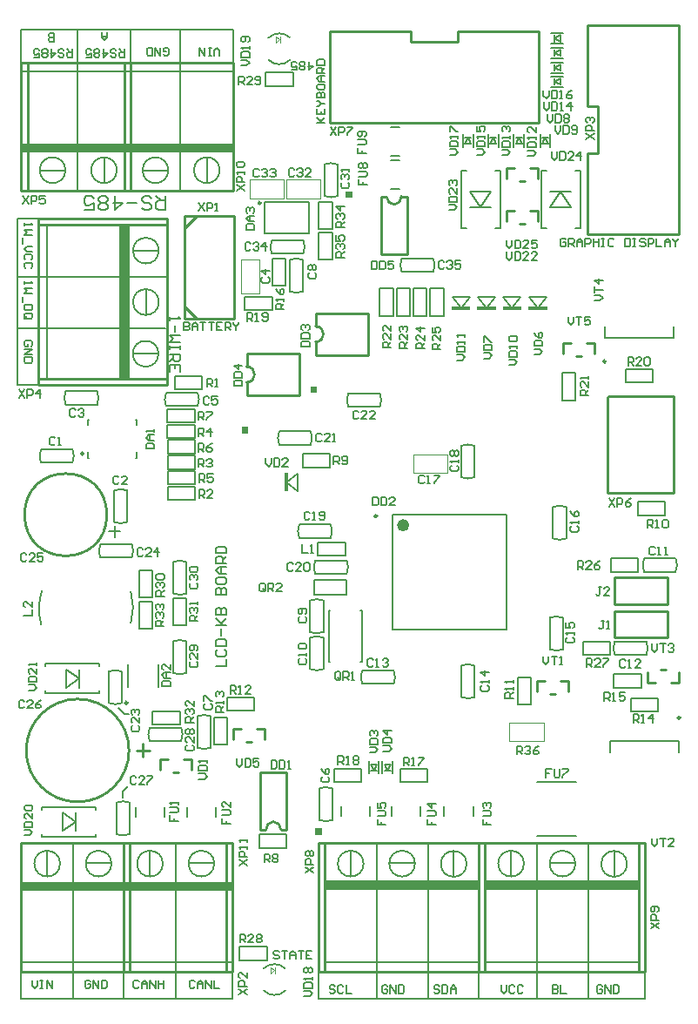
<source format=gto>
G04 Layer_Color=65535*
%FSLAX24Y24*%
%MOIN*%
G70*
G01*
G75*
%ADD10C,0.0079*%
%ADD48C,0.0098*%
%ADD65C,0.0070*%
%ADD66C,0.0100*%
%ADD67C,0.0071*%
%ADD68C,0.0236*%
%ADD69C,0.0039*%
%ADD70C,0.0050*%
%ADD71R,0.0374X0.5935*%
%ADD72R,0.4213X0.0364*%
%ADD73R,0.5935X0.0374*%
G36*
X46915Y33600D02*
X46665D01*
Y33850D01*
X46915D01*
Y33600D01*
D02*
G37*
G36*
X49553Y35146D02*
X49303D01*
Y35396D01*
X49553D01*
Y35146D01*
D02*
G37*
G36*
X49736Y18230D02*
X49486D01*
Y18480D01*
X49736D01*
Y18230D01*
D02*
G37*
G36*
X48433Y31372D02*
X48323D01*
Y32092D01*
X48433D01*
Y31372D01*
D02*
G37*
G36*
X55429Y38333D02*
X54709D01*
Y38443D01*
X55429D01*
Y38333D01*
D02*
G37*
G36*
X58372D02*
X57652D01*
Y38443D01*
X58372D01*
Y38333D01*
D02*
G37*
G36*
X50907Y42612D02*
X50657D01*
Y42862D01*
X50907D01*
Y42612D01*
D02*
G37*
G36*
X56403Y38333D02*
X55683D01*
Y38443D01*
X56403D01*
Y38333D01*
D02*
G37*
G36*
X57388D02*
X56668D01*
Y38443D01*
X57388D01*
Y38333D01*
D02*
G37*
D10*
X43485Y36644D02*
G03*
X43485Y36644I-493J0D01*
G01*
X43495Y38622D02*
G03*
X43495Y38622I-493J0D01*
G01*
Y40591D02*
G03*
X43495Y40591I-493J0D01*
G01*
X39715Y17126D02*
G03*
X39715Y17126I-493J0D01*
G01*
X41684D02*
G03*
X41684Y17126I-493J0D01*
G01*
X61428Y17116D02*
G03*
X61428Y17116I-493J0D01*
G01*
X59450Y17126D02*
G03*
X59450Y17126I-493J0D01*
G01*
X57481D02*
G03*
X57481Y17126I-493J0D01*
G01*
X55286Y17116D02*
G03*
X55286Y17116I-493J0D01*
G01*
X53308Y17126D02*
G03*
X53308Y17126I-493J0D01*
G01*
X51339D02*
G03*
X51339Y17126I-493J0D01*
G01*
X45828Y43671D02*
G03*
X45828Y43671I-493J0D01*
G01*
X43859D02*
G03*
X43859Y43671I-493J0D01*
G01*
X41891D02*
G03*
X41891Y43671I-493J0D01*
G01*
X39922D02*
G03*
X39922Y43671I-493J0D01*
G01*
X43652Y17126D02*
G03*
X43652Y17126I-493J0D01*
G01*
X45621D02*
G03*
X45621Y17126I-493J0D01*
G01*
X41959Y23091D02*
X42185Y22864D01*
X42343D01*
X40394Y47785D02*
Y49075D01*
X42402Y47795D02*
Y49065D01*
X44331Y47785D02*
Y49065D01*
X38228D02*
X44331D01*
X38228Y47795D02*
Y49065D01*
X44331D02*
X46339D01*
Y47795D02*
Y49065D01*
X46329Y11959D02*
Y13002D01*
X38219Y11959D02*
X46329D01*
X38219D02*
Y13002D01*
X40226Y11959D02*
Y13012D01*
X42156Y11959D02*
Y13002D01*
X44163Y11959D02*
Y13012D01*
X49606Y11959D02*
Y13002D01*
X49606Y11959D02*
X49606Y11959D01*
X49606Y11959D02*
X62126D01*
X62126Y11959D02*
Y13002D01*
X62126Y11959D02*
X62126Y11959D01*
X59961Y11969D02*
Y13002D01*
X57992Y11959D02*
Y13012D01*
X55748Y11959D02*
Y13002D01*
X53819Y11959D02*
Y13002D01*
X51850Y11959D02*
Y13012D01*
X38091Y41831D02*
X38878D01*
X38091Y35453D02*
Y41831D01*
X38091Y35453D02*
X38878D01*
X38100Y37618D02*
X38878D01*
X38091Y39587D02*
X38888D01*
X41801Y29626D02*
Y30069D01*
X41585Y29852D02*
X42018D01*
X42126Y19636D02*
Y19902D01*
X42303Y20079D01*
X40787Y34124D02*
X40807D01*
X40787Y33907D02*
Y34124D01*
X42618D02*
X42638D01*
Y33907D02*
Y34124D01*
X40787Y32667D02*
X40807D01*
X40787D02*
Y32884D01*
X42618Y32667D02*
X42638D01*
Y32884D01*
X44567Y18917D02*
Y19272D01*
X45669Y18917D02*
Y19272D01*
X42608Y18917D02*
Y19272D01*
X43711Y18917D02*
Y19272D01*
X57972Y20236D02*
X59468D01*
X57972Y18189D02*
X59468D01*
X51585Y18957D02*
Y19311D01*
X50482Y18957D02*
Y19311D01*
X53514Y18957D02*
Y19311D01*
X52411Y18957D02*
Y19311D01*
X52057Y20581D02*
Y21053D01*
X52451Y20581D02*
Y21053D01*
X52136Y20699D02*
X52372D01*
X52136Y20935D02*
X52372D01*
X52254Y20699D02*
X52372Y20935D01*
X52136D02*
X52254Y20699D01*
X51535Y20581D02*
Y21053D01*
X51929Y20581D02*
Y21053D01*
X51614Y20699D02*
X51850D01*
X51614Y20935D02*
X51850D01*
X51732Y20699D02*
X51850Y20935D01*
X51614D02*
X51732Y20699D01*
X42195Y35709D02*
Y41594D01*
X38888Y39587D02*
X42195D01*
X38878Y37618D02*
X42185D01*
X39213Y35699D02*
Y41594D01*
X42520Y40600D02*
X43494D01*
X43012Y38130D02*
Y39094D01*
X42520Y36644D02*
X43474D01*
X42333Y35709D02*
Y41594D01*
Y39587D02*
X43780D01*
X42343Y37618D02*
X43760D01*
X48373Y31732D02*
X48803Y31402D01*
X48373Y31732D02*
X48803Y32062D01*
Y31402D02*
Y32062D01*
X55532Y18957D02*
Y19311D01*
X54429Y18957D02*
Y19311D01*
X55541Y44567D02*
Y45039D01*
X55148Y44567D02*
Y45039D01*
X55226Y44921D02*
X55463D01*
X55226Y44685D02*
X55463D01*
X55226D02*
X55344Y44921D01*
X55463Y44685D01*
X58514Y48917D02*
X58986D01*
X58514Y48524D02*
X58986D01*
X58632Y48602D02*
Y48839D01*
X58868Y48602D02*
Y48839D01*
X58632Y48720D02*
X58868Y48602D01*
X58632Y48720D02*
X58868Y48839D01*
X56506Y44567D02*
Y45039D01*
X56112Y44567D02*
Y45039D01*
X56191Y44921D02*
X56427D01*
X56191Y44685D02*
X56427D01*
X56191D02*
X56309Y44921D01*
X56427Y44685D01*
X58514Y48356D02*
X58986D01*
X58514Y47963D02*
X58986D01*
X58632Y48041D02*
Y48278D01*
X58868Y48041D02*
Y48278D01*
X58632Y48159D02*
X58868Y48041D01*
X58632Y48159D02*
X58868Y48278D01*
X57480Y44567D02*
Y45039D01*
X57087Y44567D02*
Y45039D01*
X57165Y44921D02*
X57402D01*
X57165Y44685D02*
X57402D01*
X57165D02*
X57283Y44921D01*
X57402Y44685D01*
X58494Y44567D02*
Y45039D01*
X58100Y44567D02*
Y45039D01*
X58179Y44921D02*
X58415D01*
X58179Y44685D02*
X58415D01*
X58179D02*
X58297Y44921D01*
X58415Y44685D01*
X55069Y38383D02*
X55399Y38813D01*
X54739D02*
X55069Y38383D01*
X54739Y38813D02*
X55399D01*
X57028Y38383D02*
X57358Y38813D01*
X56698D02*
X57028Y38383D01*
X56698Y38813D02*
X57358D01*
X58514Y47795D02*
X58986D01*
X58514Y47402D02*
X58986D01*
X58632Y47480D02*
Y47717D01*
X58868Y47480D02*
Y47717D01*
X58632Y47598D02*
X58868Y47480D01*
X58632Y47598D02*
X58868Y47717D01*
X58514Y47254D02*
X58986D01*
X58514Y46860D02*
X58986D01*
X58632Y46939D02*
Y47175D01*
X58868Y46939D02*
Y47175D01*
X58632Y47057D02*
X58868Y46939D01*
X58632Y47057D02*
X58868Y47175D01*
X63209Y37244D02*
Y37677D01*
X60571Y37244D02*
Y37677D01*
Y37244D02*
X63209D01*
X56043Y38383D02*
X56373Y38813D01*
X55713D02*
X56043Y38383D01*
X55713Y38813D02*
X56373D01*
X58012Y38383D02*
X58342Y38813D01*
X57682D02*
X58012Y38383D01*
X57682Y38813D02*
X58342D01*
X50669Y27421D02*
Y27972D01*
X49449Y27421D02*
Y27972D01*
X50669D01*
X49449Y27421D02*
X50669D01*
X51230Y26811D02*
X51270D01*
Y24843D02*
Y26811D01*
X51230Y24843D02*
X51270D01*
X50010Y26811D02*
X50049D01*
X50010Y24843D02*
Y26811D01*
Y24843D02*
X50049D01*
X52461Y30472D02*
X56831D01*
X52461Y26102D02*
X56831D01*
Y30472D01*
X52461Y26102D02*
Y30472D01*
X39144Y24783D02*
X41230D01*
X39144Y23642D02*
X41230D01*
Y24675D02*
Y24783D01*
Y23642D02*
Y23750D01*
X39144Y24675D02*
Y24783D01*
Y23642D02*
Y23750D01*
X39006Y19301D02*
X41093D01*
X39006Y18159D02*
X41093D01*
Y19193D02*
Y19301D01*
Y18159D02*
Y18268D01*
X39006Y19193D02*
Y19301D01*
Y18159D02*
Y18268D01*
X43494Y23888D02*
Y24754D01*
X42313Y23888D02*
Y24754D01*
X52372Y45305D02*
X52726D01*
X52372Y44203D02*
X52726D01*
X56388Y41437D02*
X56575D01*
X55079D02*
X55266D01*
X56388Y43642D02*
X56575D01*
X55079D02*
X55266D01*
X56575Y41437D02*
Y43642D01*
X55079Y41437D02*
Y43642D01*
X58150Y43661D02*
X58337D01*
X59459D02*
X59646D01*
X58150Y41457D02*
X58337D01*
X59459D02*
X59646D01*
X58150D02*
Y43661D01*
X59646Y41457D02*
Y43661D01*
X52372Y44055D02*
X52726D01*
X52372Y42953D02*
X52726D01*
X60778Y21378D02*
Y21811D01*
X63415Y21378D02*
Y21811D01*
X60778D02*
X63415D01*
X40226Y16457D02*
Y17904D01*
X40718Y17136D02*
X41683D01*
X39213Y16644D02*
Y17618D01*
X38219Y13337D02*
X42402D01*
X40226Y13012D02*
Y16319D01*
X55984D02*
X61870D01*
X57992Y13012D02*
Y16319D01*
X59961Y13002D02*
Y16309D01*
X55984Y13337D02*
X61880D01*
X56978Y16644D02*
Y17618D01*
X58484Y17136D02*
X59449D01*
X60935Y16644D02*
Y17598D01*
X55984Y16457D02*
X61870D01*
X57992D02*
Y17904D01*
X59961Y16467D02*
Y17884D01*
X49843Y16319D02*
X55728D01*
X51850Y13012D02*
Y16319D01*
X53819Y13002D02*
Y16309D01*
X49843Y13337D02*
X55738D01*
X50837Y16644D02*
Y17618D01*
X52343Y17136D02*
X53307D01*
X54793Y16644D02*
Y17598D01*
X49843Y16457D02*
X55728D01*
X51850D02*
Y17904D01*
X53819Y16467D02*
Y17884D01*
X44331Y42894D02*
Y44341D01*
X42874Y43661D02*
X43839D01*
X45344Y43179D02*
Y44154D01*
X42156Y47461D02*
X46339D01*
X44331Y44478D02*
Y47785D01*
X40394Y42894D02*
Y44341D01*
X38937Y43661D02*
X39902D01*
X41407Y43179D02*
Y44154D01*
X38219Y47461D02*
X42402D01*
X40394Y44478D02*
Y47785D01*
X44163Y16457D02*
Y17904D01*
X44656Y17136D02*
X45620D01*
X43150Y16644D02*
Y17618D01*
X42156Y13337D02*
X46339D01*
X44163Y13012D02*
Y16319D01*
X49252Y47825D02*
Y47510D01*
X49409Y47667D01*
X49200D01*
X49095Y47562D02*
X49042Y47510D01*
X48937D01*
X48885Y47562D01*
Y47615D01*
X48937Y47667D01*
X48885Y47720D01*
Y47772D01*
X48937Y47825D01*
X49042D01*
X49095Y47772D01*
Y47720D01*
X49042Y47667D01*
X49095Y47615D01*
Y47562D01*
X49042Y47667D02*
X48937D01*
X48570Y47510D02*
X48780D01*
Y47667D01*
X48675Y47615D01*
X48622D01*
X48570Y47667D01*
Y47772D01*
X48622Y47825D01*
X48727D01*
X48780Y47772D01*
X48104Y13737D02*
X48051Y13789D01*
X47946D01*
X47894Y13737D01*
Y13684D01*
X47946Y13632D01*
X48051D01*
X48104Y13579D01*
Y13527D01*
X48051Y13474D01*
X47946D01*
X47894Y13527D01*
X48209Y13789D02*
X48418D01*
X48314D01*
Y13474D01*
X48523D02*
Y13684D01*
X48628Y13789D01*
X48733Y13684D01*
Y13474D01*
Y13632D01*
X48523D01*
X48838Y13789D02*
X49048D01*
X48943D01*
Y13474D01*
X49363Y13789D02*
X49153D01*
Y13474D01*
X49363D01*
X49153Y13632D02*
X49258D01*
X45679Y24675D02*
X46073D01*
Y24938D01*
X45745Y25331D02*
X45679Y25266D01*
Y25134D01*
X45745Y25069D01*
X46007D01*
X46073Y25134D01*
Y25266D01*
X46007Y25331D01*
X45679Y25462D02*
X46073D01*
Y25659D01*
X46007Y25725D01*
X45745D01*
X45679Y25659D01*
Y25462D01*
X45876Y25856D02*
Y26118D01*
X45679Y26249D02*
X46073D01*
X45942D01*
X45679Y26512D01*
X45876Y26315D01*
X46073Y26512D01*
X45679Y26643D02*
X46073D01*
Y26840D01*
X46007Y26905D01*
X45942D01*
X45876Y26840D01*
Y26643D01*
Y26840D01*
X45810Y26905D01*
X45745D01*
X45679Y26840D01*
Y26643D01*
Y27430D02*
X46073D01*
Y27627D01*
X46007Y27693D01*
X45942D01*
X45876Y27627D01*
Y27430D01*
Y27627D01*
X45810Y27693D01*
X45745D01*
X45679Y27627D01*
Y27430D01*
Y28021D02*
Y27889D01*
X45745Y27824D01*
X46007D01*
X46073Y27889D01*
Y28021D01*
X46007Y28086D01*
X45745D01*
X45679Y28021D01*
X46073Y28217D02*
X45810D01*
X45679Y28349D01*
X45810Y28480D01*
X46073D01*
X45876D01*
Y28217D01*
X46073Y28611D02*
X45679D01*
Y28808D01*
X45745Y28873D01*
X45876D01*
X45942Y28808D01*
Y28611D01*
Y28742D02*
X46073Y28873D01*
X45679Y29005D02*
X46073D01*
Y29201D01*
X46007Y29267D01*
X45745D01*
X45679Y29201D01*
Y29005D01*
X59088Y41010D02*
X59035Y41063D01*
X58930D01*
X58878Y41010D01*
Y40801D01*
X58930Y40748D01*
X59035D01*
X59088Y40801D01*
Y40905D01*
X58983D01*
X59193Y40748D02*
Y41063D01*
X59350D01*
X59403Y41010D01*
Y40905D01*
X59350Y40853D01*
X59193D01*
X59298D02*
X59403Y40748D01*
X59508D02*
Y40958D01*
X59613Y41063D01*
X59718Y40958D01*
Y40748D01*
Y40905D01*
X59508D01*
X59823Y40748D02*
Y41063D01*
X59980D01*
X60032Y41010D01*
Y40905D01*
X59980Y40853D01*
X59823D01*
X60137Y41063D02*
Y40748D01*
Y40905D01*
X60347D01*
Y41063D01*
Y40748D01*
X60452Y41063D02*
X60557D01*
X60505D01*
Y40748D01*
X60452D01*
X60557D01*
X60925Y41010D02*
X60872Y41063D01*
X60767D01*
X60715Y41010D01*
Y40801D01*
X60767Y40748D01*
X60872D01*
X60925Y40801D01*
X61344Y41063D02*
Y40748D01*
X61502D01*
X61554Y40801D01*
Y41010D01*
X61502Y41063D01*
X61344D01*
X61659D02*
X61764D01*
X61712D01*
Y40748D01*
X61659D01*
X61764D01*
X62132Y41010D02*
X62079Y41063D01*
X61974D01*
X61922Y41010D01*
Y40958D01*
X61974Y40905D01*
X62079D01*
X62132Y40853D01*
Y40801D01*
X62079Y40748D01*
X61974D01*
X61922Y40801D01*
X62236Y40748D02*
Y41063D01*
X62394D01*
X62446Y41010D01*
Y40905D01*
X62394Y40853D01*
X62236D01*
X62551Y41063D02*
Y40748D01*
X62761D01*
X62866D02*
Y40958D01*
X62971Y41063D01*
X63076Y40958D01*
Y40748D01*
Y40905D01*
X62866D01*
X63181Y41063D02*
Y41010D01*
X63286Y40905D01*
X63391Y41010D01*
Y41063D01*
X63286Y40905D02*
Y40748D01*
X49547Y45492D02*
X49862D01*
X49757D01*
X49547Y45702D01*
X49705Y45545D01*
X49862Y45702D01*
X49547Y46017D02*
Y45807D01*
X49862D01*
Y46017D01*
X49705Y45807D02*
Y45912D01*
X49547Y46122D02*
X49600D01*
X49705Y46227D01*
X49600Y46332D01*
X49547D01*
X49705Y46227D02*
X49862D01*
X49547Y46437D02*
X49862D01*
Y46594D01*
X49810Y46647D01*
X49757D01*
X49705Y46594D01*
Y46437D01*
Y46594D01*
X49652Y46647D01*
X49600D01*
X49547Y46594D01*
Y46437D01*
Y46909D02*
Y46804D01*
X49600Y46752D01*
X49810D01*
X49862Y46804D01*
Y46909D01*
X49810Y46961D01*
X49600D01*
X49547Y46909D01*
X49862Y47066D02*
X49652D01*
X49547Y47171D01*
X49652Y47276D01*
X49862D01*
X49705D01*
Y47066D01*
X49862Y47381D02*
X49547D01*
Y47539D01*
X49600Y47591D01*
X49705D01*
X49757Y47539D01*
Y47381D01*
Y47486D02*
X49862Y47591D01*
X49547Y47696D02*
X49862D01*
Y47854D01*
X49810Y47906D01*
X49600D01*
X49547Y47854D01*
Y47696D01*
X43760Y42687D02*
Y42136D01*
X43484D01*
X43392Y42228D01*
Y42412D01*
X43484Y42503D01*
X43760D01*
X43576D02*
X43392Y42687D01*
X42841Y42228D02*
X42933Y42136D01*
X43117D01*
X43209Y42228D01*
Y42320D01*
X43117Y42412D01*
X42933D01*
X42841Y42503D01*
Y42595D01*
X42933Y42687D01*
X43117D01*
X43209Y42595D01*
X42658Y42412D02*
X42290D01*
X41831Y42687D02*
Y42136D01*
X42107Y42412D01*
X41739D01*
X41556Y42228D02*
X41464Y42136D01*
X41280D01*
X41188Y42228D01*
Y42320D01*
X41280Y42412D01*
X41188Y42503D01*
Y42595D01*
X41280Y42687D01*
X41464D01*
X41556Y42595D01*
Y42503D01*
X41464Y42412D01*
X41556Y42320D01*
Y42228D01*
X41464Y42412D02*
X41280D01*
X40637Y42136D02*
X41005D01*
Y42412D01*
X40821Y42320D01*
X40729D01*
X40637Y42412D01*
Y42595D01*
X40729Y42687D01*
X40913D01*
X41005Y42595D01*
X43917Y38061D02*
Y37930D01*
Y37995D01*
X44311D01*
X44245Y38061D01*
X44114Y37733D02*
Y37471D01*
X44311Y37339D02*
X43917D01*
X44049Y37208D01*
X43917Y37077D01*
X44311D01*
Y36946D02*
Y36815D01*
Y36880D01*
X43917D01*
Y36946D01*
Y36815D01*
Y36618D02*
X44311D01*
Y36421D01*
X44245Y36356D01*
X44114D01*
X44049Y36421D01*
Y36618D01*
Y36487D02*
X43917Y36356D01*
X44311Y35962D02*
Y36224D01*
X43917D01*
Y35962D01*
X44114Y36224D02*
Y36093D01*
X44459Y37854D02*
Y37539D01*
X44616D01*
X44669Y37592D01*
Y37644D01*
X44616Y37697D01*
X44459D01*
X44616D01*
X44669Y37749D01*
Y37802D01*
X44616Y37854D01*
X44459D01*
X44774Y37539D02*
Y37749D01*
X44878Y37854D01*
X44983Y37749D01*
Y37539D01*
Y37697D01*
X44774D01*
X45088Y37854D02*
X45298D01*
X45193D01*
Y37539D01*
X45403Y37854D02*
X45613D01*
X45508D01*
Y37539D01*
X45928Y37854D02*
X45718D01*
Y37539D01*
X45928D01*
X45718Y37697D02*
X45823D01*
X46033Y37539D02*
Y37854D01*
X46190D01*
X46243Y37802D01*
Y37697D01*
X46190Y37644D01*
X46033D01*
X46138D02*
X46243Y37539D01*
X46348Y37854D02*
Y37802D01*
X46453Y37697D01*
X46558Y37802D01*
Y37854D01*
X46453Y37697D02*
Y37539D01*
X57205Y21309D02*
Y21624D01*
X57362D01*
X57415Y21571D01*
Y21466D01*
X57362Y21414D01*
X57205D01*
X57310D02*
X57415Y21309D01*
X57520Y21571D02*
X57572Y21624D01*
X57677D01*
X57729Y21571D01*
Y21519D01*
X57677Y21466D01*
X57625D01*
X57677D01*
X57729Y21414D01*
Y21362D01*
X57677Y21309D01*
X57572D01*
X57520Y21362D01*
X58044Y21624D02*
X57939Y21571D01*
X57834Y21466D01*
Y21362D01*
X57887Y21309D01*
X57992D01*
X58044Y21362D01*
Y21414D01*
X57992Y21466D01*
X57834D01*
X39531Y33412D02*
X39478Y33464D01*
X39373D01*
X39321Y33412D01*
Y33202D01*
X39373Y33150D01*
X39478D01*
X39531Y33202D01*
X39636Y33150D02*
X39741D01*
X39688D01*
Y33464D01*
X39636Y33412D01*
X41962Y31916D02*
X41909Y31968D01*
X41804D01*
X41752Y31916D01*
Y31706D01*
X41804Y31654D01*
X41909D01*
X41962Y31706D01*
X42277Y31654D02*
X42067D01*
X42277Y31863D01*
Y31916D01*
X42224Y31968D01*
X42119D01*
X42067Y31916D01*
X40308Y34495D02*
X40256Y34547D01*
X40151D01*
X40098Y34495D01*
Y34285D01*
X40151Y34232D01*
X40256D01*
X40308Y34285D01*
X40413Y34495D02*
X40466Y34547D01*
X40571D01*
X40623Y34495D01*
Y34442D01*
X40571Y34390D01*
X40518D01*
X40571D01*
X40623Y34337D01*
Y34285D01*
X40571Y34232D01*
X40466D01*
X40413Y34285D01*
X45426Y34957D02*
X45374Y35010D01*
X45269D01*
X45217Y34957D01*
Y34747D01*
X45269Y34695D01*
X45374D01*
X45426Y34747D01*
X45741Y35010D02*
X45531D01*
Y34852D01*
X45636Y34905D01*
X45689D01*
X45741Y34852D01*
Y34747D01*
X45689Y34695D01*
X45584D01*
X45531Y34747D01*
X49767Y20446D02*
X49715Y20394D01*
Y20289D01*
X49767Y20236D01*
X49977D01*
X50030Y20289D01*
Y20394D01*
X49977Y20446D01*
X49715Y20761D02*
X49767Y20656D01*
X49872Y20551D01*
X49977D01*
X50030Y20604D01*
Y20709D01*
X49977Y20761D01*
X49925D01*
X49872Y20709D01*
Y20551D01*
X45269Y23241D02*
X45217Y23189D01*
Y23084D01*
X45269Y23031D01*
X45479D01*
X45532Y23084D01*
Y23189D01*
X45479Y23241D01*
X45217Y23346D02*
Y23556D01*
X45269D01*
X45479Y23346D01*
X45532D01*
X49265Y39737D02*
X49213Y39685D01*
Y39580D01*
X49265Y39528D01*
X49475D01*
X49528Y39580D01*
Y39685D01*
X49475Y39737D01*
X49265Y39842D02*
X49213Y39895D01*
Y40000D01*
X49265Y40052D01*
X49318D01*
X49370Y40000D01*
X49423Y40052D01*
X49475D01*
X49528Y40000D01*
Y39895D01*
X49475Y39842D01*
X49423D01*
X49370Y39895D01*
X49318Y39842D01*
X49265D01*
X49370Y39895D02*
Y40000D01*
X48891Y26578D02*
X48839Y26526D01*
Y26421D01*
X48891Y26368D01*
X49101D01*
X49154Y26421D01*
Y26526D01*
X49101Y26578D01*
Y26683D02*
X49154Y26735D01*
Y26840D01*
X49101Y26893D01*
X48891D01*
X48839Y26840D01*
Y26735D01*
X48891Y26683D01*
X48944D01*
X48996Y26735D01*
Y26893D01*
X48891Y24974D02*
X48839Y24921D01*
Y24816D01*
X48891Y24764D01*
X49101D01*
X49154Y24816D01*
Y24921D01*
X49101Y24974D01*
X49154Y25079D02*
Y25184D01*
Y25131D01*
X48839D01*
X48891Y25079D01*
Y25341D02*
X48839Y25394D01*
Y25498D01*
X48891Y25551D01*
X49101D01*
X49154Y25498D01*
Y25394D01*
X49101Y25341D01*
X48891D01*
X62503Y29209D02*
X62451Y29262D01*
X62346D01*
X62293Y29209D01*
Y28999D01*
X62346Y28947D01*
X62451D01*
X62503Y28999D01*
X62608Y28947D02*
X62713D01*
X62661D01*
Y29262D01*
X62608Y29209D01*
X62871Y28947D02*
X62976D01*
X62923D01*
Y29262D01*
X62871Y29209D01*
X61371Y24888D02*
X61319Y24941D01*
X61214D01*
X61161Y24888D01*
Y24678D01*
X61214Y24626D01*
X61319D01*
X61371Y24678D01*
X61476Y24626D02*
X61581D01*
X61529D01*
Y24941D01*
X61476Y24888D01*
X61949Y24626D02*
X61739D01*
X61949Y24836D01*
Y24888D01*
X61896Y24941D01*
X61791D01*
X61739Y24888D01*
X51706Y24928D02*
X51653Y24980D01*
X51549D01*
X51496Y24928D01*
Y24718D01*
X51549Y24665D01*
X51653D01*
X51706Y24718D01*
X51811Y24665D02*
X51916D01*
X51863D01*
Y24980D01*
X51811Y24928D01*
X52073D02*
X52126Y24980D01*
X52231D01*
X52283Y24928D01*
Y24875D01*
X52231Y24823D01*
X52178D01*
X52231D01*
X52283Y24770D01*
Y24718D01*
X52231Y24665D01*
X52126D01*
X52073Y24718D01*
X55870Y23940D02*
X55817Y23888D01*
Y23783D01*
X55870Y23730D01*
X56079D01*
X56132Y23783D01*
Y23888D01*
X56079Y23940D01*
X56132Y24045D02*
Y24150D01*
Y24098D01*
X55817D01*
X55870Y24045D01*
X56132Y24465D02*
X55817D01*
X55974Y24308D01*
Y24517D01*
X59147Y25781D02*
X59095Y25728D01*
Y25623D01*
X59147Y25571D01*
X59357D01*
X59409Y25623D01*
Y25728D01*
X59357Y25781D01*
X59409Y25886D02*
Y25991D01*
Y25938D01*
X59095D01*
X59147Y25886D01*
X59095Y26358D02*
Y26148D01*
X59252D01*
X59200Y26253D01*
Y26306D01*
X59252Y26358D01*
X59357D01*
X59409Y26306D01*
Y26201D01*
X59357Y26148D01*
X59314Y30043D02*
X59262Y29990D01*
Y29885D01*
X59314Y29833D01*
X59524D01*
X59577Y29885D01*
Y29990D01*
X59524Y30043D01*
X59577Y30148D02*
Y30252D01*
Y30200D01*
X59262D01*
X59314Y30148D01*
X59262Y30620D02*
X59314Y30515D01*
X59419Y30410D01*
X59524D01*
X59577Y30462D01*
Y30567D01*
X59524Y30620D01*
X59472D01*
X59419Y30567D01*
Y30410D01*
X53665Y31936D02*
X53612Y31988D01*
X53507D01*
X53455Y31936D01*
Y31726D01*
X53507Y31673D01*
X53612D01*
X53665Y31726D01*
X53770Y31673D02*
X53875D01*
X53822D01*
Y31988D01*
X53770Y31936D01*
X54032Y31988D02*
X54242D01*
Y31936D01*
X54032Y31726D01*
Y31673D01*
X54708Y32365D02*
X54656Y32313D01*
Y32208D01*
X54708Y32156D01*
X54918D01*
X54970Y32208D01*
Y32313D01*
X54918Y32365D01*
X54970Y32470D02*
Y32575D01*
Y32523D01*
X54656D01*
X54708Y32470D01*
Y32733D02*
X54656Y32785D01*
Y32890D01*
X54708Y32943D01*
X54761D01*
X54813Y32890D01*
X54866Y32943D01*
X54918D01*
X54970Y32890D01*
Y32785D01*
X54918Y32733D01*
X54866D01*
X54813Y32785D01*
X54761Y32733D01*
X54708D01*
X54813Y32785D02*
Y32890D01*
X49275Y30548D02*
X49222Y30600D01*
X49117D01*
X49065Y30548D01*
Y30338D01*
X49117Y30285D01*
X49222D01*
X49275Y30338D01*
X49380Y30285D02*
X49485D01*
X49432D01*
Y30600D01*
X49380Y30548D01*
X49642Y30338D02*
X49695Y30285D01*
X49800D01*
X49852Y30338D01*
Y30548D01*
X49800Y30600D01*
X49695D01*
X49642Y30548D01*
Y30495D01*
X49695Y30443D01*
X49852D01*
X48635Y28589D02*
X48583Y28642D01*
X48478D01*
X48425Y28589D01*
Y28379D01*
X48478Y28327D01*
X48583D01*
X48635Y28379D01*
X48950Y28327D02*
X48740D01*
X48950Y28537D01*
Y28589D01*
X48897Y28642D01*
X48793D01*
X48740Y28589D01*
X49055D02*
X49107Y28642D01*
X49212D01*
X49265Y28589D01*
Y28379D01*
X49212Y28327D01*
X49107D01*
X49055Y28379D01*
Y28589D01*
X49737Y33540D02*
X49685Y33592D01*
X49580D01*
X49528Y33540D01*
Y33330D01*
X49580Y33278D01*
X49685D01*
X49737Y33330D01*
X50052Y33278D02*
X49842D01*
X50052Y33487D01*
Y33540D01*
X50000Y33592D01*
X49895D01*
X49842Y33540D01*
X50157Y33278D02*
X50262D01*
X50210D01*
Y33592D01*
X50157Y33540D01*
X51145Y34406D02*
X51092Y34459D01*
X50988D01*
X50935Y34406D01*
Y34196D01*
X50988Y34144D01*
X51092D01*
X51145Y34196D01*
X51460Y34144D02*
X51250D01*
X51460Y34354D01*
Y34406D01*
X51407Y34459D01*
X51302D01*
X51250Y34406D01*
X51775Y34144D02*
X51565D01*
X51775Y34354D01*
Y34406D01*
X51722Y34459D01*
X51617D01*
X51565Y34406D01*
X42494Y22405D02*
X42441Y22352D01*
Y22247D01*
X42494Y22195D01*
X42703D01*
X42756Y22247D01*
Y22352D01*
X42703Y22405D01*
X42756Y22720D02*
Y22510D01*
X42546Y22720D01*
X42494D01*
X42441Y22667D01*
Y22562D01*
X42494Y22510D01*
Y22825D02*
X42441Y22877D01*
Y22982D01*
X42494Y23035D01*
X42546D01*
X42598Y22982D01*
Y22930D01*
Y22982D01*
X42651Y23035D01*
X42703D01*
X42756Y22982D01*
Y22877D01*
X42703Y22825D01*
X42887Y29150D02*
X42835Y29203D01*
X42730D01*
X42677Y29150D01*
Y28940D01*
X42730Y28888D01*
X42835D01*
X42887Y28940D01*
X43202Y28888D02*
X42992D01*
X43202Y29098D01*
Y29150D01*
X43149Y29203D01*
X43045D01*
X42992Y29150D01*
X43464Y28888D02*
Y29203D01*
X43307Y29045D01*
X43517D01*
X38428Y28953D02*
X38376Y29006D01*
X38271D01*
X38219Y28953D01*
Y28743D01*
X38271Y28691D01*
X38376D01*
X38428Y28743D01*
X38743Y28691D02*
X38533D01*
X38743Y28901D01*
Y28953D01*
X38691Y29006D01*
X38586D01*
X38533Y28953D01*
X39058Y29006D02*
X38848D01*
Y28848D01*
X38953Y28901D01*
X39006D01*
X39058Y28848D01*
Y28743D01*
X39006Y28691D01*
X38901D01*
X38848Y28743D01*
X38350Y23333D02*
X38297Y23386D01*
X38192D01*
X38140Y23333D01*
Y23123D01*
X38192Y23071D01*
X38297D01*
X38350Y23123D01*
X38665Y23071D02*
X38455D01*
X38665Y23281D01*
Y23333D01*
X38612Y23386D01*
X38507D01*
X38455Y23333D01*
X38979Y23386D02*
X38874Y23333D01*
X38769Y23228D01*
Y23123D01*
X38822Y23071D01*
X38927D01*
X38979Y23123D01*
Y23176D01*
X38927Y23228D01*
X38769D01*
X42631Y20430D02*
X42579Y20482D01*
X42474D01*
X42421Y20430D01*
Y20220D01*
X42474Y20167D01*
X42579D01*
X42631Y20220D01*
X42946Y20167D02*
X42736D01*
X42946Y20377D01*
Y20430D01*
X42894Y20482D01*
X42789D01*
X42736Y20430D01*
X43051Y20482D02*
X43261D01*
Y20430D01*
X43051Y20220D01*
Y20167D01*
X44580Y21657D02*
X44528Y21604D01*
Y21499D01*
X44580Y21447D01*
X44790D01*
X44843Y21499D01*
Y21604D01*
X44790Y21657D01*
X44843Y21972D02*
Y21762D01*
X44633Y21972D01*
X44580D01*
X44528Y21919D01*
Y21814D01*
X44580Y21762D01*
Y22077D02*
X44528Y22129D01*
Y22234D01*
X44580Y22286D01*
X44633D01*
X44685Y22234D01*
X44738Y22286D01*
X44790D01*
X44843Y22234D01*
Y22129D01*
X44790Y22077D01*
X44738D01*
X44685Y22129D01*
X44633Y22077D01*
X44580D01*
X44685Y22129D02*
Y22234D01*
X44728Y24856D02*
X44675Y24803D01*
Y24698D01*
X44728Y24646D01*
X44938D01*
X44990Y24698D01*
Y24803D01*
X44938Y24856D01*
X44990Y25170D02*
Y24961D01*
X44780Y25170D01*
X44728D01*
X44675Y25118D01*
Y25013D01*
X44728Y24961D01*
X44938Y25275D02*
X44990Y25328D01*
Y25433D01*
X44938Y25485D01*
X44728D01*
X44675Y25433D01*
Y25328D01*
X44728Y25275D01*
X44780D01*
X44833Y25328D01*
Y25485D01*
X44728Y27867D02*
X44675Y27815D01*
Y27710D01*
X44728Y27657D01*
X44938D01*
X44990Y27710D01*
Y27815D01*
X44938Y27867D01*
X44728Y27972D02*
X44675Y28025D01*
Y28130D01*
X44728Y28182D01*
X44780D01*
X44833Y28130D01*
Y28077D01*
Y28130D01*
X44885Y28182D01*
X44938D01*
X44990Y28130D01*
Y28025D01*
X44938Y27972D01*
X44728Y28287D02*
X44675Y28340D01*
Y28445D01*
X44728Y28497D01*
X44938D01*
X44990Y28445D01*
Y28340D01*
X44938Y28287D01*
X44728D01*
X50525Y43202D02*
X50473Y43150D01*
Y43045D01*
X50525Y42992D01*
X50735D01*
X50787Y43045D01*
Y43150D01*
X50735Y43202D01*
X50525Y43307D02*
X50473Y43359D01*
Y43464D01*
X50525Y43517D01*
X50578D01*
X50630Y43464D01*
Y43412D01*
Y43464D01*
X50682Y43517D01*
X50735D01*
X50787Y43464D01*
Y43359D01*
X50735Y43307D01*
X50787Y43622D02*
Y43727D01*
Y43674D01*
X50473D01*
X50525Y43622D01*
X48684Y43688D02*
X48632Y43740D01*
X48527D01*
X48474Y43688D01*
Y43478D01*
X48527Y43425D01*
X48632D01*
X48684Y43478D01*
X48789Y43688D02*
X48842Y43740D01*
X48947D01*
X48999Y43688D01*
Y43635D01*
X48947Y43583D01*
X48894D01*
X48947D01*
X48999Y43530D01*
Y43478D01*
X48947Y43425D01*
X48842D01*
X48789Y43478D01*
X49314Y43425D02*
X49104D01*
X49314Y43635D01*
Y43688D01*
X49262Y43740D01*
X49157D01*
X49104Y43688D01*
X47336Y43678D02*
X47283Y43730D01*
X47178D01*
X47126Y43678D01*
Y43468D01*
X47178Y43415D01*
X47283D01*
X47336Y43468D01*
X47441Y43678D02*
X47493Y43730D01*
X47598D01*
X47651Y43678D01*
Y43625D01*
X47598Y43573D01*
X47546D01*
X47598D01*
X47651Y43520D01*
Y43468D01*
X47598Y43415D01*
X47493D01*
X47441Y43468D01*
X47756Y43678D02*
X47808Y43730D01*
X47913D01*
X47966Y43678D01*
Y43625D01*
X47913Y43573D01*
X47861D01*
X47913D01*
X47966Y43520D01*
Y43468D01*
X47913Y43415D01*
X47808D01*
X47756Y43468D01*
X47011Y40863D02*
X46959Y40915D01*
X46854D01*
X46801Y40863D01*
Y40653D01*
X46854Y40600D01*
X46959D01*
X47011Y40653D01*
X47116Y40863D02*
X47169Y40915D01*
X47273D01*
X47326Y40863D01*
Y40810D01*
X47273Y40758D01*
X47221D01*
X47273D01*
X47326Y40705D01*
Y40653D01*
X47273Y40600D01*
X47169D01*
X47116Y40653D01*
X47588Y40600D02*
Y40915D01*
X47431Y40758D01*
X47641D01*
X54422Y40154D02*
X54370Y40207D01*
X54265D01*
X54213Y40154D01*
Y39944D01*
X54265Y39892D01*
X54370D01*
X54422Y39944D01*
X54527Y40154D02*
X54580Y40207D01*
X54685D01*
X54737Y40154D01*
Y40102D01*
X54685Y40049D01*
X54632D01*
X54685D01*
X54737Y39997D01*
Y39944D01*
X54685Y39892D01*
X54580D01*
X54527Y39944D01*
X55052Y40207D02*
X54842D01*
Y40049D01*
X54947Y40102D01*
X55000D01*
X55052Y40049D01*
Y39944D01*
X55000Y39892D01*
X54895D01*
X54842Y39944D01*
X43002Y33012D02*
X43317D01*
Y33169D01*
X43264Y33222D01*
X43055D01*
X43002Y33169D01*
Y33012D01*
X43317Y33327D02*
X43107D01*
X43002Y33432D01*
X43107Y33537D01*
X43317D01*
X43159D01*
Y33327D01*
X43317Y33642D02*
Y33746D01*
Y33694D01*
X43002D01*
X43055Y33642D01*
X43622Y23917D02*
X43937D01*
Y24075D01*
X43885Y24127D01*
X43675D01*
X43622Y24075D01*
Y23917D01*
X43937Y24232D02*
X43727D01*
X43622Y24337D01*
X43727Y24442D01*
X43937D01*
X43780D01*
Y24232D01*
X43937Y24757D02*
Y24547D01*
X43727Y24757D01*
X43675D01*
X43622Y24704D01*
Y24600D01*
X43675Y24547D01*
X46841Y41398D02*
X47156D01*
Y41555D01*
X47103Y41608D01*
X46893D01*
X46841Y41555D01*
Y41398D01*
X47156Y41712D02*
X46946D01*
X46841Y41817D01*
X46946Y41922D01*
X47156D01*
X46998D01*
Y41712D01*
X46893Y42027D02*
X46841Y42080D01*
Y42185D01*
X46893Y42237D01*
X46946D01*
X46998Y42185D01*
Y42132D01*
Y42185D01*
X47051Y42237D01*
X47103D01*
X47156Y42185D01*
Y42080D01*
X47103Y42027D01*
X47805Y21083D02*
Y20768D01*
X47963D01*
X48015Y20820D01*
Y21030D01*
X47963Y21083D01*
X47805D01*
X48120D02*
Y20768D01*
X48277D01*
X48330Y20820D01*
Y21030D01*
X48277Y21083D01*
X48120D01*
X48435Y20768D02*
X48540D01*
X48487D01*
Y21083D01*
X48435Y21030D01*
X51693Y31151D02*
Y30837D01*
X51850D01*
X51903Y30889D01*
Y31099D01*
X51850Y31151D01*
X51693D01*
X52008D02*
Y30837D01*
X52165D01*
X52218Y30889D01*
Y31099D01*
X52165Y31151D01*
X52008D01*
X52533Y30837D02*
X52323D01*
X52533Y31047D01*
Y31099D01*
X52480Y31151D01*
X52375D01*
X52323Y31099D01*
X48957Y36919D02*
X49272D01*
Y37077D01*
X49219Y37129D01*
X49009D01*
X48957Y37077D01*
Y36919D01*
Y37234D02*
X49272D01*
Y37392D01*
X49219Y37444D01*
X49009D01*
X48957Y37392D01*
Y37234D01*
X49009Y37549D02*
X48957Y37601D01*
Y37706D01*
X49009Y37759D01*
X49062D01*
X49114Y37706D01*
Y37654D01*
Y37706D01*
X49167Y37759D01*
X49219D01*
X49272Y37706D01*
Y37601D01*
X49219Y37549D01*
X46378Y35413D02*
X46693D01*
Y35571D01*
X46640Y35623D01*
X46431D01*
X46378Y35571D01*
Y35413D01*
Y35728D02*
X46693D01*
Y35886D01*
X46640Y35938D01*
X46431D01*
X46378Y35886D01*
Y35728D01*
X46693Y36201D02*
X46378D01*
X46535Y36043D01*
Y36253D01*
X51644Y40197D02*
Y39882D01*
X51801D01*
X51854Y39934D01*
Y40144D01*
X51801Y40197D01*
X51644D01*
X51959D02*
Y39882D01*
X52116D01*
X52168Y39934D01*
Y40144D01*
X52116Y40197D01*
X51959D01*
X52483D02*
X52273D01*
Y40039D01*
X52378Y40092D01*
X52431D01*
X52483Y40039D01*
Y39934D01*
X52431Y39882D01*
X52326D01*
X52273Y39934D01*
X43917Y18970D02*
Y18760D01*
X44075D01*
Y18865D01*
Y18760D01*
X44232D01*
X43917Y19075D02*
X44180D01*
X44232Y19127D01*
Y19232D01*
X44180Y19285D01*
X43917D01*
X44232Y19390D02*
Y19495D01*
Y19442D01*
X43917D01*
X43970Y19390D01*
X45925Y18865D02*
Y18655D01*
X46083D01*
Y18760D01*
Y18655D01*
X46240D01*
X45925Y18970D02*
X46188D01*
X46240Y19022D01*
Y19127D01*
X46188Y19180D01*
X45925D01*
X46240Y19495D02*
Y19285D01*
X46030Y19495D01*
X45978D01*
X45925Y19442D01*
Y19337D01*
X45978Y19285D01*
X55906Y18832D02*
Y18622D01*
X56063D01*
Y18727D01*
Y18622D01*
X56220D01*
X55906Y18937D02*
X56168D01*
X56220Y18989D01*
Y19094D01*
X56168Y19147D01*
X55906D01*
X55958Y19252D02*
X55906Y19304D01*
Y19409D01*
X55958Y19462D01*
X56011D01*
X56063Y19409D01*
Y19357D01*
Y19409D01*
X56116Y19462D01*
X56168D01*
X56220Y19409D01*
Y19304D01*
X56168Y19252D01*
X53789Y18832D02*
Y18622D01*
X53947D01*
Y18727D01*
Y18622D01*
X54104D01*
X53789Y18937D02*
X54052D01*
X54104Y18989D01*
Y19094D01*
X54052Y19147D01*
X53789D01*
X54104Y19409D02*
X53789D01*
X53947Y19252D01*
Y19462D01*
X51870Y18832D02*
Y18622D01*
X52028D01*
Y18727D01*
Y18622D01*
X52185D01*
X51870Y18937D02*
X52133D01*
X52185Y18989D01*
Y19094D01*
X52133Y19147D01*
X51870D01*
Y19462D02*
Y19252D01*
X52028D01*
X51975Y19357D01*
Y19409D01*
X52028Y19462D01*
X52133D01*
X52185Y19409D01*
Y19304D01*
X52133Y19252D01*
X58537Y20738D02*
X58327D01*
Y20581D01*
X58432D01*
X58327D01*
Y20423D01*
X58642Y20738D02*
Y20476D01*
X58694Y20423D01*
X58799D01*
X58852Y20476D01*
Y20738D01*
X58956D02*
X59166D01*
Y20686D01*
X58956Y20476D01*
Y20423D01*
X51152Y43320D02*
Y43110D01*
X51309D01*
Y43215D01*
Y43110D01*
X51467D01*
X51152Y43425D02*
X51414D01*
X51467Y43477D01*
Y43582D01*
X51414Y43635D01*
X51152D01*
X51204Y43740D02*
X51152Y43792D01*
Y43897D01*
X51204Y43950D01*
X51257D01*
X51309Y43897D01*
X51362Y43950D01*
X51414D01*
X51467Y43897D01*
Y43792D01*
X51414Y43740D01*
X51362D01*
X51309Y43792D01*
X51257Y43740D01*
X51204D01*
X51309Y43792D02*
Y43897D01*
X51122Y44531D02*
Y44321D01*
X51280D01*
Y44426D01*
Y44321D01*
X51437D01*
X51122Y44636D02*
X51385D01*
X51437Y44688D01*
Y44793D01*
X51385Y44846D01*
X51122D01*
X51385Y44951D02*
X51437Y45003D01*
Y45108D01*
X51385Y45160D01*
X51175D01*
X51122Y45108D01*
Y45003D01*
X51175Y44951D01*
X51227D01*
X51280Y45003D01*
Y45160D01*
X60554Y26427D02*
X60449D01*
X60502D01*
Y26165D01*
X60449Y26112D01*
X60397D01*
X60344Y26165D01*
X60659Y26112D02*
X60764D01*
X60712D01*
Y26427D01*
X60659Y26375D01*
X48996Y29350D02*
Y29035D01*
X49206D01*
X49311D02*
X49416D01*
X49363D01*
Y29350D01*
X49311Y29298D01*
X38317Y26634D02*
X38632D01*
Y26844D01*
Y27159D02*
Y26949D01*
X38422Y27159D01*
X38370D01*
X38317Y27106D01*
Y27001D01*
X38370Y26949D01*
X50456Y24216D02*
Y24426D01*
X50403Y24478D01*
X50299D01*
X50246Y24426D01*
Y24216D01*
X50299Y24163D01*
X50403D01*
X50351Y24268D02*
X50456Y24163D01*
X50403D02*
X50456Y24216D01*
X50561Y24163D02*
Y24478D01*
X50718D01*
X50771Y24426D01*
Y24321D01*
X50718Y24268D01*
X50561D01*
X50666D02*
X50771Y24163D01*
X50876D02*
X50981D01*
X50928D01*
Y24478D01*
X50876Y24426D01*
X47572Y27602D02*
Y27812D01*
X47520Y27864D01*
X47415D01*
X47362Y27812D01*
Y27602D01*
X47415Y27549D01*
X47520D01*
X47467Y27654D02*
X47572Y27549D01*
X47520D02*
X47572Y27602D01*
X47677Y27549D02*
Y27864D01*
X47834D01*
X47887Y27812D01*
Y27707D01*
X47834Y27654D01*
X47677D01*
X47782D02*
X47887Y27549D01*
X48202D02*
X47992D01*
X48202Y27759D01*
Y27812D01*
X48149Y27864D01*
X48044D01*
X47992Y27812D01*
X45335Y35374D02*
Y35689D01*
X45492D01*
X45545Y35636D01*
Y35531D01*
X45492Y35479D01*
X45335D01*
X45440D02*
X45545Y35374D01*
X45649D02*
X45754D01*
X45702D01*
Y35689D01*
X45649Y35636D01*
X45039Y31122D02*
Y31437D01*
X45197D01*
X45249Y31384D01*
Y31279D01*
X45197Y31227D01*
X45039D01*
X45144D02*
X45249Y31122D01*
X45564D02*
X45354D01*
X45564Y31332D01*
Y31384D01*
X45512Y31437D01*
X45407D01*
X45354Y31384D01*
X45010Y32303D02*
Y32618D01*
X45167D01*
X45220Y32566D01*
Y32461D01*
X45167Y32408D01*
X45010D01*
X45115D02*
X45220Y32303D01*
X45325Y32566D02*
X45377Y32618D01*
X45482D01*
X45535Y32566D01*
Y32513D01*
X45482Y32461D01*
X45430D01*
X45482D01*
X45535Y32408D01*
Y32356D01*
X45482Y32303D01*
X45377D01*
X45325Y32356D01*
X45010Y33484D02*
Y33799D01*
X45167D01*
X45220Y33747D01*
Y33642D01*
X45167Y33589D01*
X45010D01*
X45115D02*
X45220Y33484D01*
X45482D02*
Y33799D01*
X45325Y33642D01*
X45535D01*
X45049Y31722D02*
Y32037D01*
X45207D01*
X45259Y31985D01*
Y31880D01*
X45207Y31827D01*
X45049D01*
X45154D02*
X45259Y31722D01*
X45574Y32037D02*
X45364D01*
Y31880D01*
X45469Y31932D01*
X45521D01*
X45574Y31880D01*
Y31775D01*
X45521Y31722D01*
X45417D01*
X45364Y31775D01*
X45010Y32894D02*
Y33209D01*
X45167D01*
X45220Y33156D01*
Y33051D01*
X45167Y32999D01*
X45010D01*
X45115D02*
X45220Y32894D01*
X45535Y33209D02*
X45430Y33156D01*
X45325Y33051D01*
Y32946D01*
X45377Y32894D01*
X45482D01*
X45535Y32946D01*
Y32999D01*
X45482Y33051D01*
X45325D01*
X45010Y34104D02*
Y34419D01*
X45167D01*
X45220Y34367D01*
Y34262D01*
X45167Y34209D01*
X45010D01*
X45115D02*
X45220Y34104D01*
X45325Y34419D02*
X45535D01*
Y34367D01*
X45325Y34157D01*
Y34104D01*
X47539Y17175D02*
Y17490D01*
X47697D01*
X47749Y17438D01*
Y17333D01*
X47697Y17280D01*
X47539D01*
X47644D02*
X47749Y17175D01*
X47854Y17438D02*
X47907Y17490D01*
X48012D01*
X48064Y17438D01*
Y17385D01*
X48012Y17333D01*
X48064Y17280D01*
Y17228D01*
X48012Y17175D01*
X47907D01*
X47854Y17228D01*
Y17280D01*
X47907Y17333D01*
X47854Y17385D01*
Y17438D01*
X47907Y17333D02*
X48012D01*
X50197Y32411D02*
Y32726D01*
X50354D01*
X50407Y32674D01*
Y32569D01*
X50354Y32516D01*
X50197D01*
X50302D02*
X50407Y32411D01*
X50512Y32464D02*
X50564Y32411D01*
X50669D01*
X50722Y32464D01*
Y32674D01*
X50669Y32726D01*
X50564D01*
X50512Y32674D01*
Y32621D01*
X50564Y32569D01*
X50722D01*
X62215Y29980D02*
Y30295D01*
X62372D01*
X62424Y30243D01*
Y30138D01*
X62372Y30085D01*
X62215D01*
X62320D02*
X62424Y29980D01*
X62529D02*
X62634D01*
X62582D01*
Y30295D01*
X62529Y30243D01*
X62792D02*
X62844Y30295D01*
X62949D01*
X63002Y30243D01*
Y30033D01*
X62949Y29980D01*
X62844D01*
X62792Y30033D01*
Y30243D01*
X57067Y23465D02*
X56752D01*
Y23622D01*
X56805Y23674D01*
X56909D01*
X56962Y23622D01*
Y23465D01*
Y23570D02*
X57067Y23674D01*
Y23779D02*
Y23884D01*
Y23832D01*
X56752D01*
X56805Y23779D01*
X57067Y24042D02*
Y24147D01*
Y24094D01*
X56752D01*
X56805Y24042D01*
X46240Y23632D02*
Y23947D01*
X46398D01*
X46450Y23894D01*
Y23789D01*
X46398Y23737D01*
X46240D01*
X46345D02*
X46450Y23632D01*
X46555D02*
X46660D01*
X46607D01*
Y23947D01*
X46555Y23894D01*
X47027Y23632D02*
X46817D01*
X47027Y23842D01*
Y23894D01*
X46975Y23947D01*
X46870D01*
X46817Y23894D01*
X45984Y22933D02*
X45669D01*
Y23091D01*
X45722Y23143D01*
X45827D01*
X45879Y23091D01*
Y22933D01*
Y23038D02*
X45984Y23143D01*
Y23248D02*
Y23353D01*
Y23300D01*
X45669D01*
X45722Y23248D01*
Y23510D02*
X45669Y23563D01*
Y23668D01*
X45722Y23720D01*
X45774D01*
X45827Y23668D01*
Y23615D01*
Y23668D01*
X45879Y23720D01*
X45932D01*
X45984Y23668D01*
Y23563D01*
X45932Y23510D01*
X61673Y22530D02*
Y22844D01*
X61831D01*
X61883Y22792D01*
Y22687D01*
X61831Y22634D01*
X61673D01*
X61778D02*
X61883Y22530D01*
X61988D02*
X62093D01*
X62041D01*
Y22844D01*
X61988Y22792D01*
X62408Y22530D02*
Y22844D01*
X62250Y22687D01*
X62460D01*
X60561Y23356D02*
Y23671D01*
X60718D01*
X60771Y23619D01*
Y23514D01*
X60718Y23461D01*
X60561D01*
X60666D02*
X60771Y23356D01*
X60876D02*
X60981D01*
X60928D01*
Y23671D01*
X60876Y23619D01*
X61348Y23671D02*
X61138D01*
Y23514D01*
X61243Y23566D01*
X61296D01*
X61348Y23514D01*
Y23409D01*
X61296Y23356D01*
X61191D01*
X61138Y23409D01*
X48297Y38346D02*
X47982D01*
Y38504D01*
X48035Y38556D01*
X48140D01*
X48192Y38504D01*
Y38346D01*
Y38451D02*
X48297Y38556D01*
Y38661D02*
Y38766D01*
Y38714D01*
X47982D01*
X48035Y38661D01*
X47982Y39134D02*
X48035Y39029D01*
X48140Y38924D01*
X48245D01*
X48297Y38976D01*
Y39081D01*
X48245Y39134D01*
X48192D01*
X48140Y39081D01*
Y38924D01*
X52874Y20876D02*
Y21191D01*
X53031D01*
X53084Y21138D01*
Y21033D01*
X53031Y20981D01*
X52874D01*
X52979D02*
X53084Y20876D01*
X53189D02*
X53294D01*
X53241D01*
Y21191D01*
X53189Y21138D01*
X53451Y21191D02*
X53661D01*
Y21138D01*
X53451Y20928D01*
Y20876D01*
X50364Y20925D02*
Y21240D01*
X50522D01*
X50574Y21188D01*
Y21083D01*
X50522Y21030D01*
X50364D01*
X50469D02*
X50574Y20925D01*
X50679D02*
X50784D01*
X50732D01*
Y21240D01*
X50679Y21188D01*
X50941D02*
X50994Y21240D01*
X51099D01*
X51151Y21188D01*
Y21135D01*
X51099Y21083D01*
X51151Y21030D01*
Y20978D01*
X51099Y20925D01*
X50994D01*
X50941Y20978D01*
Y21030D01*
X50994Y21083D01*
X50941Y21135D01*
Y21188D01*
X50994Y21083D02*
X51099D01*
X46880Y37894D02*
Y38209D01*
X47037D01*
X47090Y38156D01*
Y38051D01*
X47037Y37999D01*
X46880D01*
X46985D02*
X47090Y37894D01*
X47195D02*
X47300D01*
X47247D01*
Y38209D01*
X47195Y38156D01*
X47457Y37946D02*
X47510Y37894D01*
X47615D01*
X47667Y37946D01*
Y38156D01*
X47615Y38209D01*
X47510D01*
X47457Y38156D01*
Y38104D01*
X47510Y38051D01*
X47667D01*
X61467Y36201D02*
Y36516D01*
X61624D01*
X61676Y36463D01*
Y36358D01*
X61624Y36306D01*
X61467D01*
X61571D02*
X61676Y36201D01*
X61991D02*
X61781D01*
X61991Y36411D01*
Y36463D01*
X61939Y36516D01*
X61834D01*
X61781Y36463D01*
X62096D02*
X62149Y36516D01*
X62254D01*
X62306Y36463D01*
Y36253D01*
X62254Y36201D01*
X62149D01*
X62096Y36253D01*
Y36463D01*
X59951Y35049D02*
X59636D01*
Y35207D01*
X59688Y35259D01*
X59793D01*
X59846Y35207D01*
Y35049D01*
Y35154D02*
X59951Y35259D01*
Y35574D02*
Y35364D01*
X59741Y35574D01*
X59688D01*
X59636Y35522D01*
Y35417D01*
X59688Y35364D01*
X59951Y35679D02*
Y35784D01*
Y35731D01*
X59636D01*
X59688Y35679D01*
X52382Y36880D02*
X52067D01*
Y37037D01*
X52120Y37090D01*
X52224D01*
X52277Y37037D01*
Y36880D01*
Y36985D02*
X52382Y37090D01*
Y37405D02*
Y37195D01*
X52172Y37405D01*
X52120D01*
X52067Y37352D01*
Y37247D01*
X52120Y37195D01*
X52382Y37720D02*
Y37510D01*
X52172Y37720D01*
X52120D01*
X52067Y37667D01*
Y37562D01*
X52120Y37510D01*
X53022Y36860D02*
X52707D01*
Y37018D01*
X52759Y37070D01*
X52864D01*
X52917Y37018D01*
Y36860D01*
Y36965D02*
X53022Y37070D01*
Y37385D02*
Y37175D01*
X52812Y37385D01*
X52759D01*
X52707Y37333D01*
Y37228D01*
X52759Y37175D01*
Y37490D02*
X52707Y37542D01*
Y37647D01*
X52759Y37700D01*
X52812D01*
X52864Y37647D01*
Y37595D01*
Y37647D01*
X52917Y37700D01*
X52969D01*
X53022Y37647D01*
Y37542D01*
X52969Y37490D01*
X53671Y36841D02*
X53356D01*
Y36998D01*
X53409Y37050D01*
X53514D01*
X53566Y36998D01*
Y36841D01*
Y36946D02*
X53671Y37050D01*
Y37365D02*
Y37155D01*
X53461Y37365D01*
X53409D01*
X53356Y37313D01*
Y37208D01*
X53409Y37155D01*
X53671Y37628D02*
X53356D01*
X53514Y37470D01*
Y37680D01*
X54282Y36821D02*
X53967D01*
Y36978D01*
X54019Y37031D01*
X54124D01*
X54177Y36978D01*
Y36821D01*
Y36926D02*
X54282Y37031D01*
Y37346D02*
Y37136D01*
X54072Y37346D01*
X54019D01*
X53967Y37293D01*
Y37188D01*
X54019Y37136D01*
X53967Y37660D02*
Y37451D01*
X54124D01*
X54072Y37556D01*
Y37608D01*
X54124Y37660D01*
X54229D01*
X54282Y37608D01*
Y37503D01*
X54229Y37451D01*
X59547Y28396D02*
Y28711D01*
X59705D01*
X59757Y28658D01*
Y28553D01*
X59705Y28501D01*
X59547D01*
X59652D02*
X59757Y28396D01*
X60072D02*
X59862D01*
X60072Y28606D01*
Y28658D01*
X60020Y28711D01*
X59915D01*
X59862Y28658D01*
X60387Y28711D02*
X60282Y28658D01*
X60177Y28553D01*
Y28448D01*
X60229Y28396D01*
X60334D01*
X60387Y28448D01*
Y28501D01*
X60334Y28553D01*
X60177D01*
X59882Y24656D02*
Y24970D01*
X60039D01*
X60092Y24918D01*
Y24813D01*
X60039Y24760D01*
X59882D01*
X59987D02*
X60092Y24656D01*
X60407D02*
X60197D01*
X60407Y24865D01*
Y24918D01*
X60354Y24970D01*
X60249D01*
X60197Y24918D01*
X60512Y24970D02*
X60722D01*
Y24918D01*
X60512Y24708D01*
Y24656D01*
X46604Y14104D02*
Y14419D01*
X46762D01*
X46814Y14367D01*
Y14262D01*
X46762Y14209D01*
X46604D01*
X46709D02*
X46814Y14104D01*
X47129D02*
X46919D01*
X47129Y14314D01*
Y14367D01*
X47077Y14419D01*
X46972D01*
X46919Y14367D01*
X47234D02*
X47287Y14419D01*
X47391D01*
X47444Y14367D01*
Y14314D01*
X47391Y14262D01*
X47444Y14209D01*
Y14157D01*
X47391Y14104D01*
X47287D01*
X47234Y14157D01*
Y14209D01*
X47287Y14262D01*
X47234Y14314D01*
Y14367D01*
X47287Y14262D02*
X47391D01*
X46555Y46949D02*
Y47264D01*
X46713D01*
X46765Y47211D01*
Y47106D01*
X46713Y47054D01*
X46555D01*
X46660D02*
X46765Y46949D01*
X47080D02*
X46870D01*
X47080Y47159D01*
Y47211D01*
X47027Y47264D01*
X46922D01*
X46870Y47211D01*
X47185Y47001D02*
X47237Y46949D01*
X47342D01*
X47395Y47001D01*
Y47211D01*
X47342Y47264D01*
X47237D01*
X47185Y47211D01*
Y47159D01*
X47237Y47106D01*
X47395D01*
X43701Y27369D02*
X43386D01*
Y27527D01*
X43438Y27579D01*
X43543D01*
X43596Y27527D01*
Y27369D01*
Y27474D02*
X43701Y27579D01*
X43438Y27684D02*
X43386Y27736D01*
Y27841D01*
X43438Y27894D01*
X43491D01*
X43543Y27841D01*
Y27789D01*
Y27841D01*
X43596Y27894D01*
X43648D01*
X43701Y27841D01*
Y27736D01*
X43648Y27684D01*
X43438Y27999D02*
X43386Y28051D01*
Y28156D01*
X43438Y28209D01*
X43648D01*
X43701Y28156D01*
Y28051D01*
X43648Y27999D01*
X43438D01*
X44990Y26407D02*
X44675D01*
Y26565D01*
X44728Y26617D01*
X44833D01*
X44885Y26565D01*
Y26407D01*
Y26512D02*
X44990Y26617D01*
X44728Y26722D02*
X44675Y26775D01*
Y26880D01*
X44728Y26932D01*
X44780D01*
X44833Y26880D01*
Y26827D01*
Y26880D01*
X44885Y26932D01*
X44938D01*
X44990Y26880D01*
Y26775D01*
X44938Y26722D01*
X44990Y27037D02*
Y27142D01*
Y27090D01*
X44675D01*
X44728Y27037D01*
X44833Y22530D02*
X44518D01*
Y22687D01*
X44570Y22739D01*
X44675D01*
X44728Y22687D01*
Y22530D01*
Y22634D02*
X44833Y22739D01*
X44570Y22844D02*
X44518Y22897D01*
Y23002D01*
X44570Y23054D01*
X44623D01*
X44675Y23002D01*
Y22949D01*
Y23002D01*
X44728Y23054D01*
X44780D01*
X44833Y23002D01*
Y22897D01*
X44780Y22844D01*
X44833Y23369D02*
Y23159D01*
X44623Y23369D01*
X44570D01*
X44518Y23317D01*
Y23212D01*
X44570Y23159D01*
X43691Y26220D02*
X43376D01*
Y26378D01*
X43429Y26430D01*
X43534D01*
X43586Y26378D01*
Y26220D01*
Y26325D02*
X43691Y26430D01*
X43429Y26535D02*
X43376Y26588D01*
Y26693D01*
X43429Y26745D01*
X43481D01*
X43534Y26693D01*
Y26640D01*
Y26693D01*
X43586Y26745D01*
X43638D01*
X43691Y26693D01*
Y26588D01*
X43638Y26535D01*
X43429Y26850D02*
X43376Y26903D01*
Y27008D01*
X43429Y27060D01*
X43481D01*
X43534Y27008D01*
Y26955D01*
Y27008D01*
X43586Y27060D01*
X43638D01*
X43691Y27008D01*
Y26903D01*
X43638Y26850D01*
X50600Y41486D02*
X50286D01*
Y41644D01*
X50338Y41696D01*
X50443D01*
X50495Y41644D01*
Y41486D01*
Y41591D02*
X50600Y41696D01*
X50338Y41801D02*
X50286Y41854D01*
Y41959D01*
X50338Y42011D01*
X50390D01*
X50443Y41959D01*
Y41906D01*
Y41959D01*
X50495Y42011D01*
X50548D01*
X50600Y41959D01*
Y41854D01*
X50548Y41801D01*
X50600Y42273D02*
X50286D01*
X50443Y42116D01*
Y42326D01*
X50600Y40335D02*
X50286D01*
Y40492D01*
X50338Y40545D01*
X50443D01*
X50495Y40492D01*
Y40335D01*
Y40440D02*
X50600Y40545D01*
X50338Y40649D02*
X50286Y40702D01*
Y40807D01*
X50338Y40859D01*
X50390D01*
X50443Y40807D01*
Y40754D01*
Y40807D01*
X50495Y40859D01*
X50548D01*
X50600Y40807D01*
Y40702D01*
X50548Y40649D01*
X50286Y41174D02*
Y40964D01*
X50443D01*
X50390Y41069D01*
Y41122D01*
X50443Y41174D01*
X50548D01*
X50600Y41122D01*
Y41017D01*
X50548Y40964D01*
X45030Y20364D02*
X45240D01*
X45344Y20469D01*
X45240Y20574D01*
X45030D01*
Y20679D02*
X45344D01*
Y20836D01*
X45292Y20889D01*
X45082D01*
X45030Y20836D01*
Y20679D01*
X45344Y20994D02*
Y21099D01*
Y21046D01*
X45030D01*
X45082Y20994D01*
X47598Y32648D02*
Y32438D01*
X47703Y32333D01*
X47808Y32438D01*
Y32648D01*
X47913D02*
Y32333D01*
X48071D01*
X48123Y32385D01*
Y32595D01*
X48071Y32648D01*
X47913D01*
X48438Y32333D02*
X48228D01*
X48438Y32543D01*
Y32595D01*
X48386Y32648D01*
X48281D01*
X48228Y32595D01*
X51575Y21378D02*
X51785D01*
X51890Y21483D01*
X51785Y21588D01*
X51575D01*
Y21693D02*
X51890D01*
Y21850D01*
X51837Y21903D01*
X51627D01*
X51575Y21850D01*
Y21693D01*
X51627Y22008D02*
X51575Y22060D01*
Y22165D01*
X51627Y22218D01*
X51680D01*
X51732Y22165D01*
Y22113D01*
Y22165D01*
X51785Y22218D01*
X51837D01*
X51890Y22165D01*
Y22060D01*
X51837Y22008D01*
X52097Y21427D02*
X52306D01*
X52411Y21532D01*
X52306Y21637D01*
X52097D01*
Y21742D02*
X52411D01*
Y21899D01*
X52359Y21952D01*
X52149D01*
X52097Y21899D01*
Y21742D01*
X52411Y22214D02*
X52097D01*
X52254Y22057D01*
Y22267D01*
X46486Y21142D02*
Y20932D01*
X46591Y20827D01*
X46696Y20932D01*
Y21142D01*
X46801D02*
Y20827D01*
X46959D01*
X47011Y20879D01*
Y21089D01*
X46959Y21142D01*
X46801D01*
X47326D02*
X47116D01*
Y20984D01*
X47221Y21037D01*
X47273D01*
X47326Y20984D01*
Y20879D01*
X47273Y20827D01*
X47168D01*
X47116Y20879D01*
X57874Y36624D02*
X58084D01*
X58189Y36729D01*
X58084Y36834D01*
X57874D01*
Y36939D02*
X58189D01*
Y37096D01*
X58137Y37149D01*
X57927D01*
X57874Y37096D01*
Y36939D01*
Y37464D02*
X57927Y37359D01*
X58032Y37254D01*
X58137D01*
X58189Y37306D01*
Y37411D01*
X58137Y37464D01*
X58084D01*
X58032Y37411D01*
Y37254D01*
X55945Y36467D02*
X56155D01*
X56260Y36571D01*
X56155Y36676D01*
X55945D01*
Y36781D02*
X56260D01*
Y36939D01*
X56207Y36991D01*
X55997D01*
X55945Y36939D01*
Y36781D01*
Y37096D02*
Y37306D01*
X55997D01*
X56207Y37096D01*
X56260D01*
X58376Y45807D02*
Y45597D01*
X58481Y45492D01*
X58586Y45597D01*
Y45807D01*
X58691D02*
Y45492D01*
X58848D01*
X58901Y45545D01*
Y45755D01*
X58848Y45807D01*
X58691D01*
X59006Y45755D02*
X59058Y45807D01*
X59163D01*
X59216Y45755D01*
Y45702D01*
X59163Y45650D01*
X59216Y45597D01*
Y45545D01*
X59163Y45492D01*
X59058D01*
X59006Y45545D01*
Y45597D01*
X59058Y45650D01*
X59006Y45702D01*
Y45755D01*
X59058Y45650D02*
X59163D01*
X58681Y45384D02*
Y45174D01*
X58786Y45069D01*
X58891Y45174D01*
Y45384D01*
X58996D02*
Y45069D01*
X59153D01*
X59206Y45121D01*
Y45331D01*
X59153Y45384D01*
X58996D01*
X59311Y45121D02*
X59363Y45069D01*
X59468D01*
X59521Y45121D01*
Y45331D01*
X59468Y45384D01*
X59363D01*
X59311Y45331D01*
Y45279D01*
X59363Y45226D01*
X59521D01*
X56910Y36220D02*
X57119D01*
X57224Y36325D01*
X57119Y36430D01*
X56910D01*
Y36535D02*
X57224D01*
Y36693D01*
X57172Y36745D01*
X56962D01*
X56910Y36693D01*
Y36535D01*
X57224Y36850D02*
Y36955D01*
Y36903D01*
X56910D01*
X56962Y36850D01*
Y37113D02*
X56910Y37165D01*
Y37270D01*
X56962Y37322D01*
X57172D01*
X57224Y37270D01*
Y37165D01*
X57172Y37113D01*
X56962D01*
X54912Y36398D02*
X55121D01*
X55226Y36503D01*
X55121Y36608D01*
X54912D01*
Y36713D02*
X55226D01*
Y36870D01*
X55174Y36922D01*
X54964D01*
X54912Y36870D01*
Y36713D01*
X55226Y37027D02*
Y37132D01*
Y37080D01*
X54912D01*
X54964Y37027D01*
X55226Y37290D02*
Y37395D01*
Y37342D01*
X54912D01*
X54964Y37290D01*
X57628Y44222D02*
X57838D01*
X57943Y44327D01*
X57838Y44432D01*
X57628D01*
Y44537D02*
X57943D01*
Y44695D01*
X57890Y44747D01*
X57681D01*
X57628Y44695D01*
Y44537D01*
X57943Y44852D02*
Y44957D01*
Y44905D01*
X57628D01*
X57681Y44852D01*
X57943Y45324D02*
Y45115D01*
X57733Y45324D01*
X57681D01*
X57628Y45272D01*
Y45167D01*
X57681Y45115D01*
X56644Y44252D02*
X56854D01*
X56959Y44357D01*
X56854Y44462D01*
X56644D01*
Y44567D02*
X56959D01*
Y44724D01*
X56906Y44777D01*
X56696D01*
X56644Y44724D01*
Y44567D01*
X56959Y44882D02*
Y44987D01*
Y44934D01*
X56644D01*
X56696Y44882D01*
Y45144D02*
X56644Y45197D01*
Y45301D01*
X56696Y45354D01*
X56749D01*
X56801Y45301D01*
Y45249D01*
Y45301D01*
X56854Y45354D01*
X56906D01*
X56959Y45301D01*
Y45197D01*
X56906Y45144D01*
X58238Y46270D02*
Y46060D01*
X58343Y45955D01*
X58448Y46060D01*
Y46270D01*
X58553D02*
Y45955D01*
X58710D01*
X58763Y46007D01*
Y46217D01*
X58710Y46270D01*
X58553D01*
X58868Y45955D02*
X58973D01*
X58920D01*
Y46270D01*
X58868Y46217D01*
X59288Y45955D02*
Y46270D01*
X59130Y46112D01*
X59340D01*
X55669Y44262D02*
X55879D01*
X55984Y44367D01*
X55879Y44472D01*
X55669D01*
Y44577D02*
X55984D01*
Y44734D01*
X55932Y44787D01*
X55722D01*
X55669Y44734D01*
Y44577D01*
X55984Y44892D02*
Y44996D01*
Y44944D01*
X55669D01*
X55722Y44892D01*
X55669Y45364D02*
Y45154D01*
X55827D01*
X55774Y45259D01*
Y45311D01*
X55827Y45364D01*
X55932D01*
X55984Y45311D01*
Y45206D01*
X55932Y45154D01*
X58228Y46722D02*
Y46512D01*
X58333Y46407D01*
X58438Y46512D01*
Y46722D01*
X58543D02*
Y46407D01*
X58701D01*
X58753Y46460D01*
Y46670D01*
X58701Y46722D01*
X58543D01*
X58858Y46407D02*
X58963D01*
X58911D01*
Y46722D01*
X58858Y46670D01*
X59330Y46722D02*
X59225Y46670D01*
X59120Y46565D01*
Y46460D01*
X59173Y46407D01*
X59278D01*
X59330Y46460D01*
Y46512D01*
X59278Y46565D01*
X59120D01*
X54636Y44262D02*
X54846D01*
X54951Y44367D01*
X54846Y44472D01*
X54636D01*
Y44577D02*
X54951D01*
Y44734D01*
X54898Y44787D01*
X54688D01*
X54636Y44734D01*
Y44577D01*
X54951Y44892D02*
Y44996D01*
Y44944D01*
X54636D01*
X54688Y44892D01*
X54636Y45154D02*
Y45364D01*
X54688D01*
X54898Y45154D01*
X54951D01*
X49055Y12047D02*
X49265D01*
X49370Y12152D01*
X49265Y12257D01*
X49055D01*
Y12362D02*
X49370D01*
Y12520D01*
X49318Y12572D01*
X49108D01*
X49055Y12520D01*
Y12362D01*
X49370Y12677D02*
Y12782D01*
Y12729D01*
X49055D01*
X49108Y12677D01*
Y12939D02*
X49055Y12992D01*
Y13097D01*
X49108Y13149D01*
X49160D01*
X49213Y13097D01*
X49265Y13149D01*
X49318D01*
X49370Y13097D01*
Y12992D01*
X49318Y12939D01*
X49265D01*
X49213Y12992D01*
X49160Y12939D01*
X49108D01*
X49213Y12992D02*
Y13097D01*
X46654Y47687D02*
X46864D01*
X46968Y47792D01*
X46864Y47897D01*
X46654D01*
Y48002D02*
X46968D01*
Y48159D01*
X46916Y48212D01*
X46706D01*
X46654Y48159D01*
Y48002D01*
X46968Y48317D02*
Y48422D01*
Y48369D01*
X46654D01*
X46706Y48317D01*
X46916Y48579D02*
X46968Y48632D01*
Y48737D01*
X46916Y48789D01*
X46706D01*
X46654Y48737D01*
Y48632D01*
X46706Y48579D01*
X46759D01*
X46811Y48632D01*
Y48789D01*
X38347Y18209D02*
X38556D01*
X38661Y18314D01*
X38556Y18419D01*
X38347D01*
Y18524D02*
X38661D01*
Y18681D01*
X38609Y18733D01*
X38399D01*
X38347Y18681D01*
Y18524D01*
X38661Y19048D02*
Y18838D01*
X38452Y19048D01*
X38399D01*
X38347Y18996D01*
Y18891D01*
X38399Y18838D01*
Y19153D02*
X38347Y19206D01*
Y19311D01*
X38399Y19363D01*
X38609D01*
X38661Y19311D01*
Y19206D01*
X38609Y19153D01*
X38399D01*
X38504Y23760D02*
X38714D01*
X38819Y23865D01*
X38714Y23970D01*
X38504D01*
Y24075D02*
X38819D01*
Y24232D01*
X38766Y24285D01*
X38557D01*
X38504Y24232D01*
Y24075D01*
X38819Y24599D02*
Y24390D01*
X38609Y24599D01*
X38557D01*
X38504Y24547D01*
Y24442D01*
X38557Y24390D01*
X38819Y24704D02*
Y24809D01*
Y24757D01*
X38504D01*
X38557Y24704D01*
X56821Y40541D02*
Y40331D01*
X56926Y40226D01*
X57031Y40331D01*
Y40541D01*
X57136D02*
Y40226D01*
X57293D01*
X57346Y40279D01*
Y40489D01*
X57293Y40541D01*
X57136D01*
X57660Y40226D02*
X57451D01*
X57660Y40436D01*
Y40489D01*
X57608Y40541D01*
X57503D01*
X57451Y40489D01*
X57975Y40226D02*
X57765D01*
X57975Y40436D01*
Y40489D01*
X57923Y40541D01*
X57818D01*
X57765Y40489D01*
X54606Y42136D02*
X54816D01*
X54921Y42241D01*
X54816Y42346D01*
X54606D01*
Y42451D02*
X54921D01*
Y42608D01*
X54869Y42661D01*
X54659D01*
X54606Y42608D01*
Y42451D01*
X54921Y42975D02*
Y42766D01*
X54711Y42975D01*
X54659D01*
X54606Y42923D01*
Y42818D01*
X54659Y42766D01*
Y43080D02*
X54606Y43133D01*
Y43238D01*
X54659Y43290D01*
X54711D01*
X54764Y43238D01*
Y43185D01*
Y43238D01*
X54816Y43290D01*
X54869D01*
X54921Y43238D01*
Y43133D01*
X54869Y43080D01*
X58543Y44370D02*
Y44160D01*
X58648Y44055D01*
X58753Y44160D01*
Y44370D01*
X58858D02*
Y44055D01*
X59016D01*
X59068Y44108D01*
Y44317D01*
X59016Y44370D01*
X58858D01*
X59383Y44055D02*
X59173D01*
X59383Y44265D01*
Y44317D01*
X59330Y44370D01*
X59226D01*
X59173Y44317D01*
X59645Y44055D02*
Y44370D01*
X59488Y44213D01*
X59698D01*
X56821Y40994D02*
Y40784D01*
X56926Y40679D01*
X57031Y40784D01*
Y40994D01*
X57136D02*
Y40679D01*
X57293D01*
X57346Y40732D01*
Y40942D01*
X57293Y40994D01*
X57136D01*
X57660Y40679D02*
X57451D01*
X57660Y40889D01*
Y40942D01*
X57608Y40994D01*
X57503D01*
X57451Y40942D01*
X57975Y40994D02*
X57765D01*
Y40837D01*
X57870Y40889D01*
X57923D01*
X57975Y40837D01*
Y40732D01*
X57923Y40679D01*
X57818D01*
X57765Y40732D01*
X58218Y25069D02*
Y24859D01*
X58323Y24754D01*
X58428Y24859D01*
Y25069D01*
X58533D02*
X58743D01*
X58638D01*
Y24754D01*
X58848D02*
X58953D01*
X58901D01*
Y25069D01*
X58848Y25016D01*
X62382Y25541D02*
Y25331D01*
X62487Y25226D01*
X62592Y25331D01*
Y25541D01*
X62697D02*
X62907D01*
X62802D01*
Y25226D01*
X63012Y25489D02*
X63064Y25541D01*
X63169D01*
X63222Y25489D01*
Y25436D01*
X63169Y25384D01*
X63117D01*
X63169D01*
X63222Y25331D01*
Y25279D01*
X63169Y25226D01*
X63064D01*
X63012Y25279D01*
X60187Y38681D02*
X60397D01*
X60502Y38786D01*
X60397Y38891D01*
X60187D01*
Y38996D02*
Y39206D01*
Y39101D01*
X60502D01*
Y39468D02*
X60187D01*
X60345Y39311D01*
Y39521D01*
X59173Y38051D02*
Y37841D01*
X59278Y37736D01*
X59383Y37841D01*
Y38051D01*
X59488D02*
X59698D01*
X59593D01*
Y37736D01*
X60013Y38051D02*
X59803D01*
Y37894D01*
X59908Y37946D01*
X59960D01*
X60013Y37894D01*
Y37789D01*
X59960Y37736D01*
X59855D01*
X59803Y37789D01*
X45030Y42421D02*
X45239Y42106D01*
Y42421D02*
X45030Y42106D01*
X45344D02*
Y42421D01*
X45502D01*
X45554Y42369D01*
Y42264D01*
X45502Y42211D01*
X45344D01*
X45659Y42106D02*
X45764D01*
X45712D01*
Y42421D01*
X45659Y42369D01*
X59862Y44862D02*
X60177Y45072D01*
X59862D02*
X60177Y44862D01*
Y45177D02*
X59862D01*
Y45334D01*
X59915Y45387D01*
X60020D01*
X60072Y45334D01*
Y45177D01*
X59915Y45492D02*
X59862Y45544D01*
Y45649D01*
X59915Y45702D01*
X59967D01*
X60020Y45649D01*
Y45597D01*
Y45649D01*
X60072Y45702D01*
X60125D01*
X60177Y45649D01*
Y45544D01*
X60125Y45492D01*
X38150Y35275D02*
X38360Y34961D01*
Y35275D02*
X38150Y34961D01*
X38464D02*
Y35275D01*
X38622D01*
X38674Y35223D01*
Y35118D01*
X38622Y35066D01*
X38464D01*
X38937Y34961D02*
Y35275D01*
X38779Y35118D01*
X38989D01*
X60738Y31112D02*
X60948Y30797D01*
Y31112D02*
X60738Y30797D01*
X61053D02*
Y31112D01*
X61210D01*
X61263Y31060D01*
Y30955D01*
X61210Y30902D01*
X61053D01*
X61578Y31112D02*
X61473Y31060D01*
X61368Y30955D01*
Y30850D01*
X61420Y30797D01*
X61525D01*
X61578Y30850D01*
Y30902D01*
X61525Y30955D01*
X61368D01*
X50079Y45335D02*
X50289Y45020D01*
Y45335D02*
X50079Y45020D01*
X50394D02*
Y45335D01*
X50551D01*
X50603Y45282D01*
Y45177D01*
X50551Y45125D01*
X50394D01*
X50708Y45335D02*
X50918D01*
Y45282D01*
X50708Y45072D01*
Y45020D01*
X62382Y18090D02*
Y17881D01*
X62487Y17776D01*
X62592Y17881D01*
Y18090D01*
X62697D02*
X62907D01*
X62802D01*
Y17776D01*
X63222D02*
X63012D01*
X63222Y17986D01*
Y18038D01*
X63169Y18090D01*
X63064D01*
X63012Y18038D01*
X46555Y12116D02*
X46870Y12326D01*
X46555D02*
X46870Y12116D01*
Y12431D02*
X46555D01*
Y12588D01*
X46608Y12641D01*
X46713D01*
X46765Y12588D01*
Y12431D01*
X46870Y12956D02*
Y12746D01*
X46660Y12956D01*
X46608D01*
X46555Y12903D01*
Y12798D01*
X46608Y12746D01*
X49114Y16782D02*
X49429Y16991D01*
X49114D02*
X49429Y16782D01*
Y17096D02*
X49114D01*
Y17254D01*
X49167Y17306D01*
X49272D01*
X49324Y17254D01*
Y17096D01*
X49167Y17411D02*
X49114Y17464D01*
Y17569D01*
X49167Y17621D01*
X49219D01*
X49272Y17569D01*
X49324Y17621D01*
X49377D01*
X49429Y17569D01*
Y17464D01*
X49377Y17411D01*
X49324D01*
X49272Y17464D01*
X49219Y17411D01*
X49167D01*
X49272Y17464D02*
Y17569D01*
X62333Y14646D02*
X62648Y14856D01*
X62333D02*
X62648Y14646D01*
Y14961D02*
X62333D01*
Y15118D01*
X62385Y15170D01*
X62490D01*
X62543Y15118D01*
Y14961D01*
X62595Y15275D02*
X62648Y15328D01*
Y15433D01*
X62595Y15485D01*
X62385D01*
X62333Y15433D01*
Y15328D01*
X62385Y15275D01*
X62438D01*
X62490Y15328D01*
Y15485D01*
X38297Y42697D02*
X38507Y42382D01*
Y42697D02*
X38297Y42382D01*
X38612D02*
Y42697D01*
X38770D01*
X38822Y42644D01*
Y42539D01*
X38770Y42487D01*
X38612D01*
X39137Y42697D02*
X38927D01*
Y42539D01*
X39032Y42592D01*
X39084D01*
X39137Y42539D01*
Y42434D01*
X39084Y42382D01*
X38979D01*
X38927Y42434D01*
X46467Y42894D02*
X46782Y43104D01*
X46467D02*
X46782Y42894D01*
Y43209D02*
X46467D01*
Y43366D01*
X46519Y43418D01*
X46624D01*
X46677Y43366D01*
Y43209D01*
X46782Y43523D02*
Y43628D01*
Y43576D01*
X46467D01*
X46519Y43523D01*
Y43786D02*
X46467Y43838D01*
Y43943D01*
X46519Y43996D01*
X46729D01*
X46782Y43943D01*
Y43838D01*
X46729Y43786D01*
X46519D01*
X46565Y17067D02*
X46880Y17277D01*
X46565D02*
X46880Y17067D01*
Y17382D02*
X46565D01*
Y17539D01*
X46618Y17592D01*
X46722D01*
X46775Y17539D01*
Y17382D01*
X46880Y17697D02*
Y17802D01*
Y17749D01*
X46565D01*
X46618Y17697D01*
X46880Y17959D02*
Y18064D01*
Y18012D01*
X46565D01*
X46618Y17959D01*
X47474Y39570D02*
X47421Y39518D01*
Y39413D01*
X47474Y39360D01*
X47684D01*
X47736Y39413D01*
Y39518D01*
X47684Y39570D01*
X47736Y39833D02*
X47421D01*
X47579Y39675D01*
Y39885D01*
X60446Y27716D02*
X60341D01*
X60394D01*
Y27454D01*
X60341Y27402D01*
X60289D01*
X60236Y27454D01*
X60761Y27402D02*
X60551D01*
X60761Y27611D01*
Y27664D01*
X60709Y27716D01*
X60604D01*
X60551Y27664D01*
X52257Y12418D02*
X52205Y12470D01*
X52100D01*
X52047Y12418D01*
Y12208D01*
X52100Y12156D01*
X52205D01*
X52257Y12208D01*
Y12313D01*
X52152D01*
X52362Y12156D02*
Y12470D01*
X52572Y12156D01*
Y12470D01*
X52677D02*
Y12156D01*
X52834D01*
X52887Y12208D01*
Y12418D01*
X52834Y12470D01*
X52677D01*
X50249Y12418D02*
X50197Y12470D01*
X50092D01*
X50039Y12418D01*
Y12365D01*
X50092Y12313D01*
X50197D01*
X50249Y12260D01*
Y12208D01*
X50197Y12156D01*
X50092D01*
X50039Y12208D01*
X50564Y12418D02*
X50512Y12470D01*
X50407D01*
X50354Y12418D01*
Y12208D01*
X50407Y12156D01*
X50512D01*
X50564Y12208D01*
X50669Y12470D02*
Y12156D01*
X50879D01*
X38642Y12667D02*
Y12457D01*
X38747Y12352D01*
X38852Y12457D01*
Y12667D01*
X38957D02*
X39062D01*
X39009D01*
Y12352D01*
X38957D01*
X39062D01*
X39219D02*
Y12667D01*
X39429Y12352D01*
Y12667D01*
X40879Y12615D02*
X40827Y12667D01*
X40722D01*
X40669Y12615D01*
Y12405D01*
X40722Y12352D01*
X40827D01*
X40879Y12405D01*
Y12510D01*
X40774D01*
X40984Y12352D02*
Y12667D01*
X41194Y12352D01*
Y12667D01*
X41299D02*
Y12352D01*
X41456D01*
X41509Y12405D01*
Y12615D01*
X41456Y12667D01*
X41299D01*
X56604Y12470D02*
Y12260D01*
X56709Y12156D01*
X56814Y12260D01*
Y12470D01*
X57129Y12418D02*
X57077Y12470D01*
X56972D01*
X56919Y12418D01*
Y12208D01*
X56972Y12156D01*
X57077D01*
X57129Y12208D01*
X57444Y12418D02*
X57391Y12470D01*
X57287D01*
X57234Y12418D01*
Y12208D01*
X57287Y12156D01*
X57391D01*
X57444Y12208D01*
X54245Y12418D02*
X54193Y12470D01*
X54088D01*
X54035Y12418D01*
Y12365D01*
X54088Y12313D01*
X54193D01*
X54245Y12260D01*
Y12208D01*
X54193Y12156D01*
X54088D01*
X54035Y12208D01*
X54350Y12470D02*
Y12156D01*
X54508D01*
X54560Y12208D01*
Y12418D01*
X54508Y12470D01*
X54350D01*
X54665Y12156D02*
Y12365D01*
X54770Y12470D01*
X54875Y12365D01*
Y12156D01*
Y12313D01*
X54665D01*
X58583Y12470D02*
Y12156D01*
X58740D01*
X58793Y12208D01*
Y12260D01*
X58740Y12313D01*
X58583D01*
X58740D01*
X58793Y12365D01*
Y12418D01*
X58740Y12470D01*
X58583D01*
X58898D02*
Y12156D01*
X59107D01*
X60486Y12418D02*
X60433Y12470D01*
X60328D01*
X60276Y12418D01*
Y12208D01*
X60328Y12156D01*
X60433D01*
X60486Y12208D01*
Y12313D01*
X60381D01*
X60590Y12156D02*
Y12470D01*
X60800Y12156D01*
Y12470D01*
X60905D02*
Y12156D01*
X61063D01*
X61115Y12208D01*
Y12418D01*
X61063Y12470D01*
X60905D01*
X38599Y36926D02*
X38651Y36978D01*
Y37083D01*
X38599Y37136D01*
X38389D01*
X38337Y37083D01*
Y36978D01*
X38389Y36926D01*
X38494D01*
Y37031D01*
X38337Y36821D02*
X38651D01*
X38337Y36611D01*
X38651D01*
Y36506D02*
X38337D01*
Y36349D01*
X38389Y36296D01*
X38599D01*
X38651Y36349D01*
Y36506D01*
X38337Y39409D02*
Y39304D01*
Y39357D01*
X38651D01*
X38599Y39409D01*
X38651Y39147D02*
X38337D01*
X38442Y39042D01*
X38337Y38937D01*
X38651D01*
X38284Y38832D02*
Y38622D01*
X38651Y38517D02*
X38337D01*
Y38360D01*
X38389Y38307D01*
X38599D01*
X38651Y38360D01*
Y38517D01*
X38389Y37993D02*
X38599D01*
X38651Y38045D01*
Y38150D01*
X38599Y38202D01*
X38389D01*
X38337Y38150D01*
Y38045D01*
X38442Y38098D02*
X38337Y37993D01*
Y38045D02*
X38389Y37993D01*
X38337Y41654D02*
Y41549D01*
Y41601D01*
X38651D01*
X38599Y41654D01*
X38651Y41391D02*
X38337D01*
X38442Y41286D01*
X38337Y41181D01*
X38651D01*
X38284Y41076D02*
Y40866D01*
X38651Y40761D02*
X38442D01*
X38337Y40656D01*
X38442Y40552D01*
X38651D01*
X38599Y40237D02*
X38651Y40289D01*
Y40394D01*
X38599Y40447D01*
X38389D01*
X38337Y40394D01*
Y40289D01*
X38389Y40237D01*
X38599Y39922D02*
X38651Y39974D01*
Y40079D01*
X38599Y40132D01*
X38389D01*
X38337Y40079D01*
Y39974D01*
X38389Y39922D01*
X40177Y48307D02*
Y47992D01*
X40020D01*
X39967Y48045D01*
Y48150D01*
X40020Y48202D01*
X40177D01*
X40072D02*
X39967Y48307D01*
X39652Y48045D02*
X39705Y47992D01*
X39810D01*
X39862Y48045D01*
Y48097D01*
X39810Y48150D01*
X39705D01*
X39652Y48202D01*
Y48255D01*
X39705Y48307D01*
X39810D01*
X39862Y48255D01*
X39390Y48307D02*
Y47992D01*
X39547Y48150D01*
X39338D01*
X39233Y48045D02*
X39180Y47992D01*
X39075D01*
X39023Y48045D01*
Y48097D01*
X39075Y48150D01*
X39023Y48202D01*
Y48255D01*
X39075Y48307D01*
X39180D01*
X39233Y48255D01*
Y48202D01*
X39180Y48150D01*
X39233Y48097D01*
Y48045D01*
X39180Y48150D02*
X39075D01*
X38708Y47992D02*
X38918D01*
Y48150D01*
X38813Y48097D01*
X38760D01*
X38708Y48150D01*
Y48255D01*
X38760Y48307D01*
X38865D01*
X38918Y48255D01*
X42175Y48307D02*
Y47992D01*
X42018D01*
X41965Y48045D01*
Y48150D01*
X42018Y48202D01*
X42175D01*
X42070D02*
X41965Y48307D01*
X41650Y48045D02*
X41703Y47992D01*
X41808D01*
X41860Y48045D01*
Y48097D01*
X41808Y48150D01*
X41703D01*
X41650Y48202D01*
Y48255D01*
X41703Y48307D01*
X41808D01*
X41860Y48255D01*
X41388Y48307D02*
Y47992D01*
X41545Y48150D01*
X41336D01*
X41231Y48045D02*
X41178Y47992D01*
X41073D01*
X41021Y48045D01*
Y48097D01*
X41073Y48150D01*
X41021Y48202D01*
Y48255D01*
X41073Y48307D01*
X41178D01*
X41231Y48255D01*
Y48202D01*
X41178Y48150D01*
X41231Y48097D01*
Y48045D01*
X41178Y48150D02*
X41073D01*
X40706Y47992D02*
X40916D01*
Y48150D01*
X40811Y48097D01*
X40758D01*
X40706Y48150D01*
Y48255D01*
X40758Y48307D01*
X40863D01*
X40916Y48255D01*
X39478Y48593D02*
Y48907D01*
X39321D01*
X39268Y48855D01*
Y48803D01*
X39321Y48750D01*
X39478D01*
X39321D01*
X39268Y48698D01*
Y48645D01*
X39321Y48593D01*
X39478D01*
X41526Y48957D02*
Y48747D01*
X41421Y48642D01*
X41316Y48747D01*
Y48957D01*
Y48799D01*
X41526D01*
X43668Y48104D02*
X43721Y48051D01*
X43825D01*
X43878Y48104D01*
Y48314D01*
X43825Y48366D01*
X43721D01*
X43668Y48314D01*
Y48209D01*
X43773D01*
X43563Y48366D02*
Y48051D01*
X43353Y48366D01*
Y48051D01*
X43248D02*
Y48366D01*
X43091D01*
X43038Y48314D01*
Y48104D01*
X43091Y48051D01*
X43248D01*
X45827D02*
Y48261D01*
X45722Y48366D01*
X45617Y48261D01*
Y48051D01*
X45512D02*
X45407D01*
X45459D01*
Y48366D01*
X45512D01*
X45407D01*
X45250D02*
Y48051D01*
X45040Y48366D01*
Y48051D01*
X42739Y12615D02*
X42687Y12667D01*
X42582D01*
X42530Y12615D01*
Y12405D01*
X42582Y12352D01*
X42687D01*
X42739Y12405D01*
X42844Y12352D02*
Y12562D01*
X42949Y12667D01*
X43054Y12562D01*
Y12352D01*
Y12510D01*
X42844D01*
X43159Y12352D02*
Y12667D01*
X43369Y12352D01*
Y12667D01*
X43474D02*
Y12352D01*
Y12510D01*
X43684D01*
Y12667D01*
Y12352D01*
X44875Y12615D02*
X44823Y12667D01*
X44718D01*
X44665Y12615D01*
Y12405D01*
X44718Y12352D01*
X44823D01*
X44875Y12405D01*
X44980Y12352D02*
Y12562D01*
X45085Y12667D01*
X45190Y12562D01*
Y12352D01*
Y12510D01*
X44980D01*
X45295Y12352D02*
Y12667D01*
X45505Y12352D01*
Y12667D01*
X45610D02*
Y12352D01*
X45820D01*
D48*
X40620Y32825D02*
G03*
X40620Y32825I-49J0D01*
G01*
X60620Y36348D02*
G03*
X60620Y36348I-49J0D01*
G01*
X51860Y30433D02*
G03*
X51860Y30433I-49J0D01*
G01*
X47405Y42419D02*
G03*
X47405Y42419I-49J0D01*
G01*
X42303Y23278D02*
G03*
X42303Y23278I-49J0D01*
G01*
X63465Y22707D02*
G03*
X63465Y22707I-49J0D01*
G01*
D65*
X44984Y34637D02*
G03*
X44984Y35147I-609J255D01*
G01*
X43777D02*
G03*
X43776Y34637I608J-256D01*
G01*
X41136Y34696D02*
G03*
X41135Y35207I-609J255D01*
G01*
X39928D02*
G03*
X39928Y34696I608J-256D01*
G01*
X41783Y30203D02*
G03*
X42293Y30203I255J609D01*
G01*
Y31410D02*
G03*
X41783Y31411I-256J-608D01*
G01*
X38982Y32981D02*
G03*
X38983Y32471I609J-255D01*
G01*
X40190D02*
G03*
X40190Y32981I-608J256D01*
G01*
X49637Y18795D02*
G03*
X50147Y18796I255J609D01*
G01*
Y20003D02*
G03*
X49637Y20003I-256J-608D01*
G01*
X48505Y39032D02*
G03*
X49016Y39032I255J609D01*
G01*
Y40239D02*
G03*
X48505Y40239I-256J-608D01*
G01*
X45491Y22770D02*
G03*
X44980Y22769I-255J-609D01*
G01*
Y21562D02*
G03*
X45491Y21562I256J608D01*
G01*
X51962Y34617D02*
G03*
X51962Y35128I-609J255D01*
G01*
X50755D02*
G03*
X50755Y34617I608J-256D01*
G01*
X49315Y33161D02*
G03*
X49314Y33671I-609J255D01*
G01*
X48108D02*
G03*
X48107Y33161I608J-256D01*
G01*
X50083Y29598D02*
G03*
X50082Y30108I-609J255D01*
G01*
X48875D02*
G03*
X48875Y29598I608J-256D01*
G01*
X50693Y28220D02*
G03*
X50692Y28730I-609J255D01*
G01*
X49486D02*
G03*
X49485Y28220I608J-256D01*
G01*
X55080Y31915D02*
G03*
X55590Y31916I255J609D01*
G01*
Y33123D02*
G03*
X55080Y33123I-256J-608D01*
G01*
X52494Y24007D02*
G03*
X52494Y24518I-609J255D01*
G01*
X51287D02*
G03*
X51286Y24007I608J-256D01*
G01*
X55589Y24709D02*
G03*
X55079Y24708I-255J-609D01*
G01*
Y23501D02*
G03*
X55589Y23501I256J608D01*
G01*
X58975Y26539D02*
G03*
X58465Y26539I-255J-609D01*
G01*
Y25332D02*
G03*
X58975Y25332I256J608D01*
G01*
X58594Y29573D02*
G03*
X59104Y29573I255J609D01*
G01*
Y30780D02*
G03*
X58594Y30781I-256J-608D01*
G01*
X60961Y25629D02*
G03*
X60961Y25118I609J-255D01*
G01*
X62168D02*
G03*
X62168Y25629I-608J256D01*
G01*
X62083Y28808D02*
G03*
X62083Y28297I609J-255D01*
G01*
X63290D02*
G03*
X63291Y28808I-608J256D01*
G01*
X49802Y27199D02*
G03*
X49291Y27198I-255J-609D01*
G01*
Y25991D02*
G03*
X49802Y25991I256J608D01*
G01*
X49293Y24573D02*
G03*
X49803Y24573I255J609D01*
G01*
Y25780D02*
G03*
X49293Y25781I-256J-608D01*
G01*
X49029Y40474D02*
G03*
X49029Y40984I-609J255D01*
G01*
X47822D02*
G03*
X47822Y40474I608J-256D01*
G01*
X50343Y43892D02*
G03*
X49833Y43891I-255J-609D01*
G01*
Y42684D02*
G03*
X50343Y42684I256J608D01*
G01*
X44556Y28675D02*
G03*
X44045Y28675I-255J-609D01*
G01*
Y27468D02*
G03*
X44556Y27467I256J608D01*
G01*
X44046Y24425D02*
G03*
X44557Y24426I255J609D01*
G01*
Y25633D02*
G03*
X44046Y25633I-256J-608D01*
G01*
X44354Y21822D02*
G03*
X44354Y22333I-609J255D01*
G01*
X43147D02*
G03*
X43146Y21822I608J-256D01*
G01*
X41871Y18254D02*
G03*
X42382Y18254I255J609D01*
G01*
Y19461D02*
G03*
X41871Y19462I-256J-608D01*
G01*
X42464Y28840D02*
G03*
X42464Y29350I-609J255D01*
G01*
X41257D02*
G03*
X41257Y28840I608J-256D01*
G01*
X41576Y23274D02*
G03*
X42086Y23274I255J609D01*
G01*
Y24481D02*
G03*
X41576Y24481I-256J-608D01*
G01*
X52801Y40284D02*
G03*
X52802Y39774I609J-255D01*
G01*
X54009D02*
G03*
X54009Y40284I-608J256D01*
G01*
X43839Y33337D02*
X44882D01*
X43839Y32825D02*
X44882D01*
Y33337D01*
X43839Y32825D02*
Y33337D01*
X43829Y34518D02*
X44872D01*
X43829Y34006D02*
X44872D01*
Y34518D01*
X43829Y34006D02*
Y34518D01*
X43839Y32156D02*
X44882D01*
X43839Y31644D02*
X44882D01*
Y32156D01*
X43839Y31644D02*
Y32156D01*
X43780Y35148D02*
X44980D01*
X43780Y34637D02*
X44980D01*
X43829Y33927D02*
X44872D01*
X43829Y33415D02*
X44872D01*
Y33927D01*
X43829Y33415D02*
Y33927D01*
X43839Y32746D02*
X44882D01*
X43839Y32234D02*
X44882D01*
Y32746D01*
X43839Y32234D02*
Y32746D01*
Y31565D02*
X44882D01*
X43839Y31053D02*
X44882D01*
Y31565D01*
X43839Y31053D02*
Y31565D01*
X44114Y35797D02*
X45157D01*
X44114Y35285D02*
X45157D01*
Y35797D01*
X44114Y35285D02*
Y35797D01*
X39931Y35207D02*
X41132D01*
X39932Y34696D02*
X41132D01*
X42293Y30207D02*
Y31407D01*
X41782Y30207D02*
Y31407D01*
X38986Y32470D02*
X40187D01*
X38986Y32981D02*
X40186D01*
X50148Y18799D02*
Y20000D01*
X49637Y18799D02*
Y19999D01*
X47343Y18238D02*
X48386D01*
X47343Y17726D02*
X48386D01*
Y18238D01*
X47343Y17726D02*
Y18238D01*
X49016Y39035D02*
Y40236D01*
X48505Y39035D02*
Y40235D01*
X46791Y38819D02*
X47835D01*
X46791Y38307D02*
X47835D01*
Y38819D01*
X46791Y38307D02*
Y38819D01*
X52746Y20758D02*
X53789D01*
X52746Y20246D02*
X53789D01*
Y20758D01*
X52746Y20246D02*
Y20758D01*
X50207Y20246D02*
X51250D01*
X50207Y20758D02*
X51250D01*
X50207Y20246D02*
Y20758D01*
X51250Y20246D02*
Y20758D01*
X47835Y39252D02*
Y40295D01*
X48346Y39252D02*
Y40295D01*
X47835D02*
X48346D01*
X47835Y39252D02*
X48346D01*
X60925Y24370D02*
X61968D01*
X60925Y23858D02*
X61968D01*
Y24370D01*
X60925Y23858D02*
Y24370D01*
X61565Y22953D02*
X62608D01*
X61565Y23465D02*
X62608D01*
X61565Y22953D02*
Y23465D01*
X62608Y22953D02*
Y23465D01*
X45610Y21673D02*
Y22717D01*
X46122Y21673D02*
Y22717D01*
X45610D02*
X46122D01*
X45610Y21673D02*
X46122D01*
X44980Y21565D02*
Y22766D01*
X45491Y21566D02*
Y22766D01*
X46112Y23484D02*
X47156D01*
X46112Y22972D02*
X47156D01*
Y23484D01*
X46112Y22972D02*
Y23484D01*
X57746Y23209D02*
Y24252D01*
X57234Y23209D02*
Y24252D01*
Y23209D02*
X57746D01*
X57234Y24252D02*
X57746D01*
X61850Y30974D02*
X62894D01*
X61850Y30463D02*
X62894D01*
Y30974D01*
X61850Y30463D02*
Y30974D01*
X49016Y32805D02*
X50059D01*
X49016Y32293D02*
X50059D01*
Y32805D01*
X49016Y32293D02*
Y32805D01*
X52470Y38100D02*
Y39144D01*
X51959Y38100D02*
Y39144D01*
Y38100D02*
X52470D01*
X51959Y39144D02*
X52470D01*
X53130Y38100D02*
Y39144D01*
X52618Y38100D02*
Y39144D01*
Y38100D02*
X53130D01*
X52618Y39144D02*
X53130D01*
X53760Y38100D02*
Y39144D01*
X53248Y38100D02*
Y39144D01*
Y38100D02*
X53760D01*
X53248Y39144D02*
X53760D01*
X54400Y38100D02*
Y39144D01*
X53888Y38100D02*
Y39144D01*
Y38100D02*
X54400D01*
X53888Y39144D02*
X54400D01*
X58937Y34862D02*
Y35906D01*
X59449Y34862D02*
Y35906D01*
X58937D02*
X59449D01*
X58937Y34862D02*
X59449D01*
X61368Y36053D02*
X62411D01*
X61368Y35541D02*
X62411D01*
Y36053D01*
X61368Y35541D02*
Y36053D01*
X47598Y46900D02*
X48642D01*
X47598Y47411D02*
X48642D01*
X47598Y46900D02*
Y47411D01*
X48642Y46900D02*
Y47411D01*
X46594Y13947D02*
X47638D01*
X46594Y13435D02*
X47638D01*
Y13947D01*
X46594Y13435D02*
Y13947D01*
X50758Y35128D02*
X51959D01*
X50759Y34617D02*
X51959D01*
X48110Y33671D02*
X49311D01*
X48111Y33160D02*
X49311D01*
X48878Y30108D02*
X50079D01*
X48879Y29597D02*
X50079D01*
X49488Y28730D02*
X50689D01*
X49489Y28219D02*
X50689D01*
X49596Y28917D02*
Y29429D01*
X50640Y28917D02*
Y29429D01*
X49596Y28917D02*
X50640D01*
X49596Y29429D02*
X50640D01*
X55591Y31919D02*
Y33120D01*
X55080Y31919D02*
Y33119D01*
X51289Y24518D02*
X52490D01*
X51290Y24007D02*
X52490D01*
X55079Y23504D02*
Y24705D01*
X55590Y23505D02*
Y24705D01*
X58465Y25335D02*
Y26535D01*
X58975Y25335D02*
Y26535D01*
X59104Y29577D02*
Y30778D01*
X58593Y29577D02*
Y30777D01*
X59754Y25630D02*
X60797D01*
X59754Y25118D02*
X60797D01*
Y25630D01*
X59754Y25118D02*
Y25630D01*
X60965Y25118D02*
X62165D01*
X60965Y25629D02*
X62165D01*
X62087Y28297D02*
X63287D01*
X62087Y28808D02*
X63287D01*
X60807Y28809D02*
X61850D01*
X60807Y28297D02*
X61850D01*
Y28809D01*
X60807Y28297D02*
Y28809D01*
X49291Y25994D02*
Y27195D01*
X49802Y25995D02*
Y27195D01*
X49803Y24577D02*
Y25778D01*
X49292Y24577D02*
Y25777D01*
X49626Y40236D02*
Y41280D01*
X50138Y40236D02*
Y41280D01*
X49626D02*
X50138D01*
X49626Y40236D02*
X50138D01*
X47825Y40984D02*
X49026D01*
X47826Y40473D02*
X49026D01*
X49833Y42687D02*
Y43888D01*
X50344Y42688D02*
Y43888D01*
X49626Y41407D02*
Y42451D01*
X50138Y41407D02*
Y42451D01*
X49626D02*
X50138D01*
X49626Y41407D02*
X50138D01*
X44045Y27470D02*
Y28671D01*
X44556Y27471D02*
Y28671D01*
X43258Y22441D02*
X44301D01*
X43258Y22953D02*
X44301D01*
X43258Y22441D02*
Y22953D01*
X44301Y22441D02*
Y22953D01*
X42736Y26122D02*
Y27165D01*
X43248Y26122D02*
Y27165D01*
X42736D02*
X43248D01*
X42736Y26122D02*
X43248D01*
X44557Y24429D02*
Y25630D01*
X44046Y24429D02*
Y25629D01*
X43150Y22333D02*
X44350D01*
X43150Y21822D02*
X44350D01*
X44557Y26240D02*
Y27283D01*
X44045Y26240D02*
Y27283D01*
Y26240D02*
X44557D01*
X44045Y27283D02*
X44557D01*
X42382Y18258D02*
Y19459D01*
X41871Y18258D02*
Y19458D01*
X42736Y27303D02*
Y28346D01*
X43248Y27303D02*
Y28346D01*
X42736D02*
X43248D01*
X42736Y27303D02*
X43248D01*
X41260Y29350D02*
X42461D01*
X41261Y28839D02*
X42461D01*
X42087Y23278D02*
Y24478D01*
X41576Y23278D02*
Y24478D01*
X52805Y39774D02*
X54006D01*
X52805Y40285D02*
X54005D01*
D66*
X48167Y18451D02*
G03*
X47609Y18432I-280J0D01*
G01*
X46865Y35550D02*
G03*
X46865Y36150I0J300D01*
G01*
X49503Y37096D02*
G03*
X49503Y37696I0J300D01*
G01*
X42356Y21457D02*
G03*
X42356Y21457I-1969J0D01*
G01*
X41506Y30482D02*
G03*
X41506Y30482I-1575J0D01*
G01*
X52226Y42642D02*
G03*
X52785Y42661I280J0D01*
G01*
X44468Y37992D02*
Y41929D01*
X46398Y37992D02*
Y41929D01*
X44468D02*
X46398D01*
X44468Y37992D02*
X46398D01*
X44468Y41457D02*
X44941Y41929D01*
X44468Y38465D02*
X44941Y37992D01*
X43560Y21118D02*
X43860D01*
X44760Y20718D02*
Y21118D01*
X44460D02*
X44760D01*
X44060Y20618D02*
X44260D01*
X43560Y20718D02*
Y21118D01*
X47386Y18430D02*
Y20630D01*
X48386Y18430D02*
Y20630D01*
X47386D02*
X48386D01*
X47386Y18430D02*
X47586D01*
X48186D02*
X48386D01*
X63128Y24049D02*
X63428D01*
X62228D02*
Y24449D01*
Y24049D02*
X62528D01*
X62728Y24549D02*
X62928D01*
X63428Y24049D02*
Y24449D01*
X47545Y21890D02*
Y22290D01*
X47245D02*
X47545D01*
X46345Y21890D02*
Y22290D01*
X46645D01*
X46845Y21790D02*
X47045D01*
X50043Y45496D02*
X58043D01*
X50043Y48996D02*
X53143D01*
X54943D02*
X58043D01*
X53143Y48596D02*
X54943D01*
X50043Y45496D02*
Y48996D01*
X58043Y45496D02*
Y48996D01*
X53143Y48596D02*
Y48996D01*
X54943Y48596D02*
Y48996D01*
X57969Y24120D02*
X58269D01*
X59169Y23720D02*
Y24120D01*
X58869D02*
X59169D01*
X58469Y23620D02*
X58669D01*
X57969Y23720D02*
Y24120D01*
X63215Y32862D02*
X63217Y35004D01*
X60717D02*
X63217D01*
X60717Y31304D02*
X63217D01*
X60695Y31327D02*
Y34988D01*
X63215Y31327D02*
X63217Y32904D01*
X38878Y41594D02*
Y41831D01*
X43799Y41594D02*
Y41831D01*
X38878Y35453D02*
Y35689D01*
X43799Y35453D02*
Y35689D01*
X38878Y41594D02*
X43799D01*
X38878Y41831D02*
X43799D01*
X38878Y35689D02*
X43799D01*
X38878Y35453D02*
X43799D01*
X38878Y35689D02*
Y41594D01*
X43799Y35689D02*
Y41594D01*
X63421Y41205D02*
Y49205D01*
X59921Y41205D02*
Y44305D01*
Y46105D02*
Y49205D01*
X60321Y44305D02*
Y46105D01*
X59921Y41205D02*
X63421D01*
X59921Y49205D02*
X63421D01*
X59921Y44305D02*
X60321D01*
X59921Y46105D02*
X60321D01*
X58993Y37063D02*
X59293D01*
X60193Y36663D02*
Y37063D01*
X59893D02*
X60193D01*
X59493Y36563D02*
X59693D01*
X58993Y36663D02*
Y37063D01*
X46865Y36150D02*
Y36650D01*
Y35050D02*
X48865D01*
X46865Y36650D02*
X48865D01*
Y35050D02*
Y36650D01*
X46865Y35050D02*
Y35550D01*
X49503Y37696D02*
Y38196D01*
Y36596D02*
X51503D01*
X49503Y38196D02*
X51503D01*
Y36596D02*
Y38196D01*
X49503Y36596D02*
Y37096D01*
X60935Y25778D02*
X62982D01*
X60935Y26801D02*
X62982D01*
X60935Y25778D02*
Y26801D01*
X62982Y25778D02*
Y26801D01*
X42888Y21207D02*
Y21707D01*
X42638Y21457D02*
X43138D01*
X58008Y43337D02*
Y43737D01*
X57708D02*
X58008D01*
X56808Y43337D02*
Y43737D01*
X57108D01*
X57308Y43236D02*
X57508D01*
X58008Y41703D02*
Y42103D01*
X57708D02*
X58008D01*
X56808Y41703D02*
Y42103D01*
X57108D01*
X57308Y41603D02*
X57508D01*
X53007Y40462D02*
Y42662D01*
X52007Y40462D02*
Y42662D01*
Y40462D02*
X53007D01*
X52807Y42662D02*
X53007D01*
X52007D02*
X52207D01*
X42156Y13002D02*
X42392D01*
X42156Y17923D02*
X42392D01*
X38219Y13002D02*
Y17923D01*
X42156Y13002D02*
Y17923D01*
X42392Y13002D02*
Y17923D01*
X38219Y13002D02*
X42156D01*
X38219Y17923D02*
X42156D01*
X55748Y13002D02*
X55984D01*
X55748Y17923D02*
X55984D01*
X61890Y13002D02*
X62126D01*
X61890Y17923D02*
X62126D01*
X55984Y13002D02*
Y17923D01*
X55748Y13002D02*
Y17923D01*
X61890Y13002D02*
Y17923D01*
X62126Y13002D02*
Y17923D01*
X55984Y13002D02*
X61890D01*
X55984Y17923D02*
X61890D01*
X49606Y13002D02*
X49843D01*
X49606Y17923D02*
X49843D01*
X55748Y13002D02*
X55984D01*
X55748Y17923D02*
X55984D01*
X49843Y13002D02*
Y17923D01*
X49606Y13002D02*
Y17923D01*
X55748Y13002D02*
Y17923D01*
X55984Y13002D02*
Y17923D01*
X49843Y13002D02*
X55748D01*
X49843Y17923D02*
X55748D01*
X42165Y47795D02*
X42402D01*
X42165Y42874D02*
X42402D01*
X46339D02*
Y47795D01*
X42402Y42874D02*
Y47795D01*
X42165Y42874D02*
Y47795D01*
X42402D02*
X46339D01*
X42402Y42874D02*
X46339D01*
X38228Y47795D02*
X38465D01*
X38228Y42874D02*
X38465D01*
X42402D02*
Y47795D01*
X38465Y42874D02*
Y47795D01*
X38228Y42874D02*
Y47795D01*
X38465D02*
X42402D01*
X38465Y42874D02*
X42402D01*
X46093Y13002D02*
X46329D01*
X46093Y17923D02*
X46329D01*
X42156Y13002D02*
Y17923D01*
X46093Y13002D02*
Y17923D01*
X46329Y13002D02*
Y17923D01*
X42156Y13002D02*
X46093D01*
X42156Y17923D02*
X46093D01*
X60935Y27067D02*
X62982D01*
X60935Y28091D02*
X62982D01*
X60935Y27067D02*
Y28091D01*
X62982Y27067D02*
Y28091D01*
D67*
X47695Y47899D02*
G03*
X48530Y47899I418J418D01*
G01*
Y48735D02*
G03*
X47695Y48735I-418J-418D01*
G01*
X47508Y12269D02*
G03*
X48343Y12269I418J418D01*
G01*
Y13105D02*
G03*
X47508Y13105I-418J-418D01*
G01*
X39024Y27576D02*
G03*
X38995Y26276I2035J-697D01*
G01*
X42427Y26340D02*
G03*
X42423Y27533I-2068J589D01*
G01*
X47536Y41260D02*
Y42460D01*
X49236Y41260D02*
Y42460D01*
X47539Y42469D02*
X49232D01*
X47539Y41252D02*
X49232D01*
D68*
X52972Y30079D02*
G03*
X52972Y30079I-118J0D01*
G01*
D69*
X56931Y22506D02*
X58246D01*
X56931Y21805D02*
X58246D01*
Y22506D01*
X56931Y21805D02*
Y22506D01*
X47982Y48553D02*
X48100Y48671D01*
X47982Y48789D02*
X48100Y48671D01*
X47982Y48553D02*
Y48789D01*
X48140Y48553D02*
Y48789D01*
X47795Y12923D02*
X47913Y13041D01*
X47795Y13159D02*
X47913Y13041D01*
X47795Y12923D02*
Y13159D01*
X47953Y12923D02*
Y13159D01*
X54547Y32087D02*
Y32795D01*
X53248Y32087D02*
Y32795D01*
Y32087D02*
X54547D01*
X53248Y32795D02*
X54547D01*
X48297Y42598D02*
Y43307D01*
X46998Y42598D02*
Y43307D01*
Y42598D02*
X48297D01*
X46998Y43307D02*
X48297D01*
X48386Y42598D02*
Y43307D01*
X49685Y42598D02*
Y43307D01*
X48386D02*
X49685D01*
X48386Y42598D02*
X49685D01*
X46644Y38957D02*
X47352D01*
X46644Y40256D02*
X47352D01*
X46644Y38957D02*
Y40256D01*
X47352Y38957D02*
Y40256D01*
D70*
X39937Y24563D02*
X40437Y24213D01*
X39937Y23863D02*
X40437Y24213D01*
Y23863D02*
Y24563D01*
X39937Y23863D02*
Y24563D01*
X39799Y19080D02*
X40299Y18730D01*
X39799Y18380D02*
X40299Y18730D01*
Y18380D02*
Y19080D01*
X39799Y18380D02*
Y19080D01*
X55427Y42239D02*
X56227D01*
X55427Y42839D02*
X56227D01*
X55427D02*
X55827Y42239D01*
X56227Y42839D01*
X58498Y42859D02*
X59298D01*
X58498Y42259D02*
X59298D01*
X58898Y42859D02*
X59298Y42259D01*
X58498D02*
X58898Y42859D01*
D71*
X42146Y38627D02*
D03*
D72*
X40325Y16265D02*
D03*
X44232Y44532D02*
D03*
X40295D02*
D03*
X44262Y16265D02*
D03*
D73*
X58952Y16270D02*
D03*
X52810D02*
D03*
M02*

</source>
